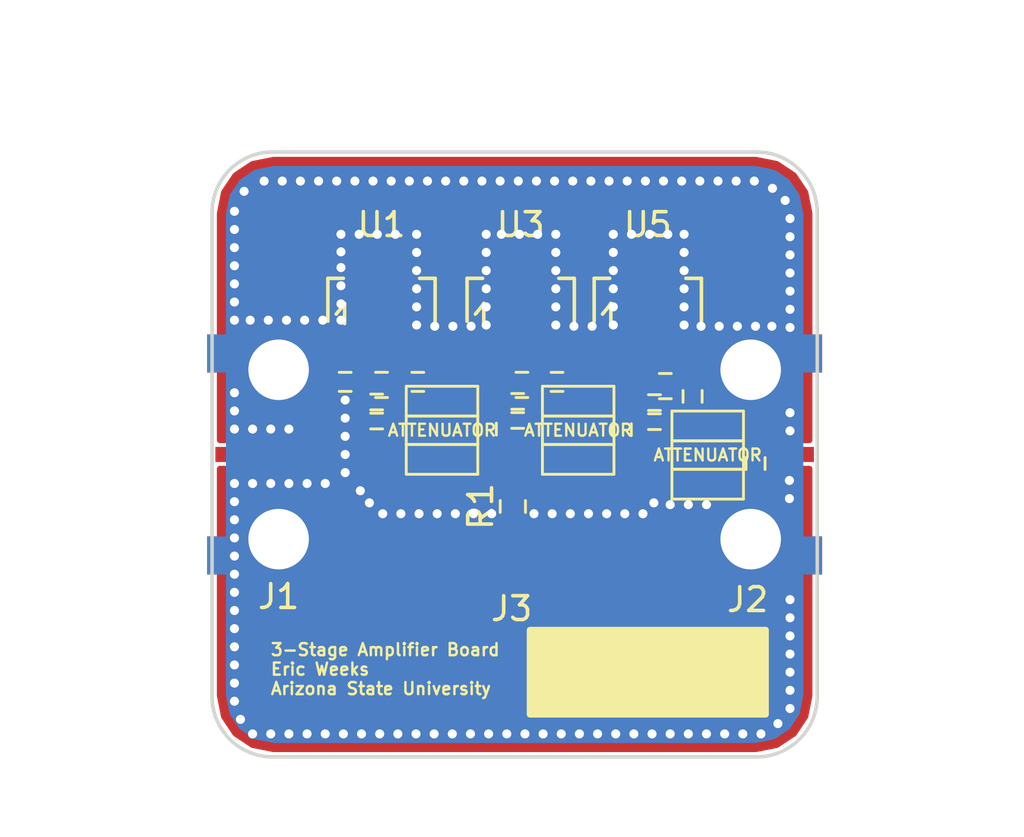
<source format=kicad_pcb>
(kicad_pcb (version 4) (host pcbnew 4.0.6)
  (layers (0 F.Cu signal) (31 B.Cu signal hide) (34 B.Paste user) (35 F.Paste user) (36 B.SilkS user) (37 F.SilkS user) (38 B.Mask user hide) (39 F.Mask user) (44 Edge.Cuts user))
  (net 0 "")
  (net 1 "Net-(C1-Pad1)")
  (net 2 "Net-(C1-Pad2)")
  (net 3 "Net-(C2-Pad1)")
  (net 4 "Net-(C2-Pad2)")
  (net 5 "Net-(C3-Pad1)")
  (net 6 "Net-(C3-Pad2)")
  (net 7 "Net-(C4-Pad1)")
  (net 8 "Net-(C4-Pad2)")
  (net 9 "Net-(C5-Pad1)")
  (net 10 "Net-(C5-Pad2)")
  (net 11 "Net-(C6-Pad1)")
  (net 12 "Net-(C6-Pad2)")
  (net 13 GND)
  (net 14 "Net-(C10-Pad2)")
  (net 15 "Net-(J3-Pad1)")
  (net 16 "Net-(C7-Pad1)")
  (net 17 "Net-(C7-Pad2)")
  (module EricWeeksFootprints:MountingHole_2.5mm_Pad (layer F.Cu) (at 63.1698 42.7482)
    (fp_text reference "" hide)
    (fp_text value MountingHole_2.5mm_Pad)
    (pad 1 thru_hole circle (at 0 0) (size 0.4318 0.4318) (drill 0.381) (layers *.Cu *.Mask) (net 13 GND))
  )
  (module EricWeeksFootprints:MountingHole_2.5mm_Pad (layer F.Cu) (at 62.4078 42.7482)
    (fp_text reference "" hide)
    (fp_text value MountingHole_2.5mm_Pad)
    (pad 1 thru_hole circle (at 0 0) (size 0.4318 0.4318) (drill 0.381) (layers *.Cu *.Mask) (net 13 GND))
  )
  (module EricWeeksFootprints:MountingHole_2.5mm_Pad (layer F.Cu) (at 63.9318 42.7482)
    (fp_text reference "" hide)
    (fp_text value MountingHole_2.5mm_Pad)
    (pad 1 thru_hole circle (at 0 0) (size 0.4318 0.4318) (drill 0.381) (layers *.Cu *.Mask) (net 13 GND))
  )
  (module EricWeeksFootprints:MountingHole_2.5mm_Pad (layer F.Cu) (at 61.722 42.672)
    (fp_text reference "" hide)
    (fp_text value MountingHole_2.5mm_Pad)
    (pad 1 thru_hole circle (at 0 0) (size 0.4318 0.4318) (drill 0.381) (layers *.Cu *.Mask) (net 13 GND))
  )
  (module EricWeeksFootprints:MountingHole_2.5mm_Pad (layer F.Cu) (at 60.5028 43.1292)
    (fp_text reference "" hide)
    (fp_text value MountingHole_2.5mm_Pad)
    (pad 1 thru_hole circle (at 0 0) (size 0.4318 0.4318) (drill 0.381) (layers *.Cu *.Mask) (net 13 GND))
  )
  (module EricWeeksFootprints:MountingHole_2.5mm_Pad (layer F.Cu) (at 61.2648 43.1292)
    (fp_text reference "" hide)
    (fp_text value MountingHole_2.5mm_Pad)
    (pad 1 thru_hole circle (at 0 0) (size 0.4318 0.4318) (drill 0.381) (layers *.Cu *.Mask) (net 13 GND))
  )
  (module EricWeeksFootprints:MountingHole_2.5mm_Pad (layer F.Cu) (at 56.6928 43.1292)
    (fp_text reference "" hide)
    (fp_text value MountingHole_2.5mm_Pad)
    (pad 1 thru_hole circle (at 0 0) (size 0.4318 0.4318) (drill 0.381) (layers *.Cu *.Mask) (net 13 GND))
  )
  (module EricWeeksFootprints:MountingHole_2.5mm_Pad (layer F.Cu) (at 57.4548 43.1292)
    (fp_text reference "" hide)
    (fp_text value MountingHole_2.5mm_Pad)
    (pad 1 thru_hole circle (at 0 0) (size 0.4318 0.4318) (drill 0.381) (layers *.Cu *.Mask) (net 13 GND))
  )
  (module EricWeeksFootprints:MountingHole_2.5mm_Pad (layer F.Cu) (at 58.9788 43.1292)
    (fp_text reference "" hide)
    (fp_text value MountingHole_2.5mm_Pad)
    (pad 1 thru_hole circle (at 0 0) (size 0.4318 0.4318) (drill 0.381) (layers *.Cu *.Mask) (net 13 GND))
  )
  (module EricWeeksFootprints:MountingHole_2.5mm_Pad (layer F.Cu) (at 58.2168 43.1292)
    (fp_text reference "" hide)
    (fp_text value MountingHole_2.5mm_Pad)
    (pad 1 thru_hole circle (at 0 0) (size 0.4318 0.4318) (drill 0.381) (layers *.Cu *.Mask) (net 13 GND))
  )
  (module EricWeeksFootprints:MountingHole_2.5mm_Pad (layer F.Cu) (at 59.7408 43.1292)
    (fp_text reference "" hide)
    (fp_text value MountingHole_2.5mm_Pad)
    (pad 1 thru_hole circle (at 0 0) (size 0.4318 0.4318) (drill 0.381) (layers *.Cu *.Mask) (net 13 GND))
  )
  (module EricWeeksFootprints:MountingHole_2.5mm_Pad (layer F.Cu) (at 48.768 38.354)
    (fp_text reference "" hide)
    (fp_text value MountingHole_2.5mm_Pad)
    (pad 1 thru_hole circle (at 0 0) (size 0.4318 0.4318) (drill 0.381) (layers *.Cu *.Mask) (net 13 GND))
  )
  (module EricWeeksFootprints:MountingHole_2.5mm_Pad (layer F.Cu) (at 48.768 39.116)
    (fp_text reference "" hide)
    (fp_text value MountingHole_2.5mm_Pad)
    (pad 1 thru_hole circle (at 0 0) (size 0.4318 0.4318) (drill 0.381) (layers *.Cu *.Mask) (net 13 GND))
  )
  (module EricWeeksFootprints:MountingHole_2.5mm_Pad (layer F.Cu) (at 48.768 39.878)
    (fp_text reference "" hide)
    (fp_text value MountingHole_2.5mm_Pad)
    (pad 1 thru_hole circle (at 0 0) (size 0.4318 0.4318) (drill 0.381) (layers *.Cu *.Mask) (net 13 GND))
  )
  (module EricWeeksFootprints:MountingHole_2.5mm_Pad (layer F.Cu) (at 48.768 40.64)
    (fp_text reference "" hide)
    (fp_text value MountingHole_2.5mm_Pad)
    (pad 1 thru_hole circle (at 0 0) (size 0.4318 0.4318) (drill 0.381) (layers *.Cu *.Mask) (net 13 GND))
  )
  (module EricWeeksFootprints:MountingHole_2.5mm_Pad (layer F.Cu) (at 48.768 41.402)
    (fp_text reference "" hide)
    (fp_text value MountingHole_2.5mm_Pad)
    (pad 1 thru_hole circle (at 0 0) (size 0.4318 0.4318) (drill 0.381) (layers *.Cu *.Mask) (net 13 GND))
  )
  (module EricWeeksFootprints:MountingHole_2.5mm_Pad (layer F.Cu) (at 49.403 42.164)
    (fp_text reference "" hide)
    (fp_text value MountingHole_2.5mm_Pad)
    (pad 1 thru_hole circle (at 0 0) (size 0.4318 0.4318) (drill 0.381) (layers *.Cu *.Mask) (net 13 GND))
  )
  (module EricWeeksFootprints:MountingHole_2.5mm_Pad (layer F.Cu) (at 49.784 42.672)
    (fp_text reference "" hide)
    (fp_text value MountingHole_2.5mm_Pad)
    (pad 1 thru_hole circle (at 0 0) (size 0.4318 0.4318) (drill 0.381) (layers *.Cu *.Mask) (net 13 GND))
  )
  (module EricWeeksFootprints:MountingHole_2.5mm_Pad (layer F.Cu) (at 50.3428 43.1292)
    (fp_text reference "" hide)
    (fp_text value MountingHole_2.5mm_Pad)
    (pad 1 thru_hole circle (at 0 0) (size 0.4318 0.4318) (drill 0.381) (layers *.Cu *.Mask) (net 13 GND))
  )
  (module EricWeeksFootprints:MountingHole_2.5mm_Pad (layer F.Cu) (at 51.1048 43.1292)
    (fp_text reference "" hide)
    (fp_text value MountingHole_2.5mm_Pad)
    (pad 1 thru_hole circle (at 0 0) (size 0.4318 0.4318) (drill 0.381) (layers *.Cu *.Mask) (net 13 GND))
  )
  (module EricWeeksFootprints:MountingHole_2.5mm_Pad (layer F.Cu) (at 51.8668 43.1292)
    (fp_text reference "" hide)
    (fp_text value MountingHole_2.5mm_Pad)
    (pad 1 thru_hole circle (at 0 0) (size 0.4318 0.4318) (drill 0.381) (layers *.Cu *.Mask) (net 13 GND))
  )
  (module EricWeeksFootprints:MountingHole_2.5mm_Pad (layer F.Cu) (at 54.9148 43.1292)
    (fp_text reference "" hide)
    (fp_text value MountingHole_2.5mm_Pad)
    (pad 1 thru_hole circle (at 0 0) (size 0.4318 0.4318) (drill 0.381) (layers *.Cu *.Mask) (net 13 GND))
  )
  (module EricWeeksFootprints:MountingHole_2.5mm_Pad (layer F.Cu) (at 52.6288 43.1292)
    (fp_text reference "" hide)
    (fp_text value MountingHole_2.5mm_Pad)
    (pad 1 thru_hole circle (at 0 0) (size 0.4318 0.4318) (drill 0.381) (layers *.Cu *.Mask) (net 13 GND))
  )
  (module EricWeeksFootprints:MountingHole_2.5mm_Pad (layer F.Cu) (at 54.1528 43.1292)
    (fp_text reference "" hide)
    (fp_text value MountingHole_2.5mm_Pad)
    (pad 1 thru_hole circle (at 0 0) (size 0.4318 0.4318) (drill 0.381) (layers *.Cu *.Mask) (net 13 GND))
  )
  (module EricWeeksFootprints:MountingHole_2.5mm_Pad (layer F.Cu) (at 53.3908 43.1292)
    (fp_text reference "" hide)
    (fp_text value MountingHole_2.5mm_Pad)
    (pad 1 thru_hole circle (at 0 0) (size 0.4318 0.4318) (drill 0.381) (layers *.Cu *.Mask) (net 13 GND))
  )
  (module EricWeeksFootprints:MountingHole_2.5mm_Pad (layer F.Cu) (at 66.675 35.2552)
    (fp_text reference "" hide)
    (fp_text value MountingHole_2.5mm_Pad)
    (pad 1 thru_hole circle (at 0 0) (size 0.4318 0.4318) (drill 0.381) (layers *.Cu *.Mask) (net 13 GND))
  )
  (module EricWeeksFootprints:MountingHole_2.5mm_Pad (layer F.Cu) (at 64.4652 35.2552)
    (fp_text reference "" hide)
    (fp_text value MountingHole_2.5mm_Pad)
    (pad 1 thru_hole circle (at 0 0) (size 0.4318 0.4318) (drill 0.381) (layers *.Cu *.Mask) (net 13 GND))
  )
  (module EricWeeksFootprints:MountingHole_2.5mm_Pad (layer F.Cu) (at 65.2272 35.2552)
    (fp_text reference "" hide)
    (fp_text value MountingHole_2.5mm_Pad)
    (pad 1 thru_hole circle (at 0 0) (size 0.4318 0.4318) (drill 0.381) (layers *.Cu *.Mask) (net 13 GND))
  )
  (module EricWeeksFootprints:MountingHole_2.5mm_Pad (layer F.Cu) (at 65.9892 35.2552)
    (fp_text reference "" hide)
    (fp_text value MountingHole_2.5mm_Pad)
    (pad 1 thru_hole circle (at 0 0) (size 0.4318 0.4318) (drill 0.381) (layers *.Cu *.Mask) (net 13 GND))
  )
  (module EricWeeksFootprints:MountingHole_2.5mm_Pad (layer F.Cu) (at 63.7032 35.2552)
    (fp_text reference "" hide)
    (fp_text value MountingHole_2.5mm_Pad)
    (pad 1 thru_hole circle (at 0 0) (size 0.4318 0.4318) (drill 0.381) (layers *.Cu *.Mask) (net 13 GND))
  )
  (module EricWeeksFootprints:MountingHole_2.5mm_Pad (layer F.Cu) (at 58.3692 35.2552)
    (fp_text reference "" hide)
    (fp_text value MountingHole_2.5mm_Pad)
    (pad 1 thru_hole circle (at 0 0) (size 0.4318 0.4318) (drill 0.381) (layers *.Cu *.Mask) (net 13 GND))
  )
  (module EricWeeksFootprints:MountingHole_2.5mm_Pad (layer F.Cu) (at 59.1312 35.2552)
    (fp_text reference "" hide)
    (fp_text value MountingHole_2.5mm_Pad)
    (pad 1 thru_hole circle (at 0 0) (size 0.4318 0.4318) (drill 0.381) (layers *.Cu *.Mask) (net 13 GND))
  )
  (module EricWeeksFootprints:MountingHole_2.5mm_Pad (layer F.Cu) (at 54.0512 35.2552)
    (fp_text reference "" hide)
    (fp_text value MountingHole_2.5mm_Pad)
    (pad 1 thru_hole circle (at 0 0) (size 0.4318 0.4318) (drill 0.381) (layers *.Cu *.Mask) (net 13 GND))
  )
  (module EricWeeksFootprints:MountingHole_2.5mm_Pad (layer F.Cu) (at 53.2892 35.2552)
    (fp_text reference "" hide)
    (fp_text value MountingHole_2.5mm_Pad)
    (pad 1 thru_hole circle (at 0 0) (size 0.4318 0.4318) (drill 0.381) (layers *.Cu *.Mask) (net 13 GND))
  )
  (module EricWeeksFootprints:MountingHole_2.5mm_Pad (layer F.Cu) (at 52.5272 35.2552)
    (fp_text reference "" hide)
    (fp_text value MountingHole_2.5mm_Pad)
    (pad 1 thru_hole circle (at 0 0) (size 0.4318 0.4318) (drill 0.381) (layers *.Cu *.Mask) (net 13 GND))
  )
  (module EricWeeksFootprints:MountingHole_2.5mm_Pad (layer F.Cu) (at 51.7652 31.3944 90)
    (fp_text reference "" hide)
    (fp_text value MountingHole_2.5mm_Pad)
    (pad 1 thru_hole circle (at 0 0 90) (size 0.4318 0.4318) (drill 0.381) (layers *.Cu *.Mask) (net 13 GND))
  )
  (module EricWeeksFootprints:MountingHole_2.5mm_Pad (layer F.Cu) (at 51.7652 33.6804 90)
    (fp_text reference "" hide)
    (fp_text value MountingHole_2.5mm_Pad)
    (pad 1 thru_hole circle (at 0 0 90) (size 0.4318 0.4318) (drill 0.381) (layers *.Cu *.Mask) (net 13 GND))
  )
  (module EricWeeksFootprints:MountingHole_2.5mm_Pad (layer F.Cu) (at 51.7652 35.2044 90)
    (fp_text reference "" hide)
    (fp_text value MountingHole_2.5mm_Pad)
    (pad 1 thru_hole circle (at 0 0 90) (size 0.4318 0.4318) (drill 0.381) (layers *.Cu *.Mask) (net 13 GND))
  )
  (module EricWeeksFootprints:MountingHole_2.5mm_Pad (layer F.Cu) (at 51.7652 34.4424 90)
    (fp_text reference "" hide)
    (fp_text value MountingHole_2.5mm_Pad)
    (pad 1 thru_hole circle (at 0 0 90) (size 0.4318 0.4318) (drill 0.381) (layers *.Cu *.Mask) (net 13 GND))
  )
  (module EricWeeksFootprints:MountingHole_2.5mm_Pad (layer F.Cu) (at 51.7652 32.1564 90)
    (fp_text reference "" hide)
    (fp_text value MountingHole_2.5mm_Pad)
    (pad 1 thru_hole circle (at 0 0 90) (size 0.4318 0.4318) (drill 0.381) (layers *.Cu *.Mask) (net 13 GND))
  )
  (module EricWeeksFootprints:MountingHole_2.5mm_Pad (layer F.Cu) (at 51.7652 32.9184 90)
    (fp_text reference "" hide)
    (fp_text value MountingHole_2.5mm_Pad)
    (pad 1 thru_hole circle (at 0 0 90) (size 0.4318 0.4318) (drill 0.381) (layers *.Cu *.Mask) (net 13 GND))
  )
  (module EricWeeksFootprints:MountingHole_2.5mm_Pad (layer F.Cu) (at 54.6862 31.3944 90)
    (fp_text reference "" hide)
    (fp_text value MountingHole_2.5mm_Pad)
    (pad 1 thru_hole circle (at 0 0 90) (size 0.4318 0.4318) (drill 0.381) (layers *.Cu *.Mask) (net 13 GND))
  )
  (module EricWeeksFootprints:MountingHole_2.5mm_Pad (layer F.Cu) (at 54.6862 34.4424 90)
    (fp_text reference "" hide)
    (fp_text value MountingHole_2.5mm_Pad)
    (pad 1 thru_hole circle (at 0 0 90) (size 0.4318 0.4318) (drill 0.381) (layers *.Cu *.Mask) (net 13 GND))
  )
  (module EricWeeksFootprints:MountingHole_2.5mm_Pad (layer F.Cu) (at 54.6862 32.1564 90)
    (fp_text reference "" hide)
    (fp_text value MountingHole_2.5mm_Pad)
    (pad 1 thru_hole circle (at 0 0 90) (size 0.4318 0.4318) (drill 0.381) (layers *.Cu *.Mask) (net 13 GND))
  )
  (module EricWeeksFootprints:MountingHole_2.5mm_Pad (layer F.Cu) (at 54.6862 35.2044 90)
    (fp_text reference "" hide)
    (fp_text value MountingHole_2.5mm_Pad)
    (pad 1 thru_hole circle (at 0 0 90) (size 0.4318 0.4318) (drill 0.381) (layers *.Cu *.Mask) (net 13 GND))
  )
  (module EricWeeksFootprints:MountingHole_2.5mm_Pad (layer F.Cu) (at 54.6862 32.9184 90)
    (fp_text reference "" hide)
    (fp_text value MountingHole_2.5mm_Pad)
    (pad 1 thru_hole circle (at 0 0 90) (size 0.4318 0.4318) (drill 0.381) (layers *.Cu *.Mask) (net 13 GND))
  )
  (module EricWeeksFootprints:MountingHole_2.5mm_Pad (layer F.Cu) (at 54.6862 33.6804 90)
    (fp_text reference "" hide)
    (fp_text value MountingHole_2.5mm_Pad)
    (pad 1 thru_hole circle (at 0 0 90) (size 0.4318 0.4318) (drill 0.381) (layers *.Cu *.Mask) (net 13 GND))
  )
  (module EricWeeksFootprints:MountingHole_2.5mm_Pad (layer F.Cu) (at 57.6072 35.2044 90)
    (fp_text reference "" hide)
    (fp_text value MountingHole_2.5mm_Pad)
    (pad 1 thru_hole circle (at 0 0 90) (size 0.4318 0.4318) (drill 0.381) (layers *.Cu *.Mask) (net 13 GND))
  )
  (module EricWeeksFootprints:MountingHole_2.5mm_Pad (layer F.Cu) (at 57.6072 33.6804 90)
    (fp_text reference "" hide)
    (fp_text value MountingHole_2.5mm_Pad)
    (pad 1 thru_hole circle (at 0 0 90) (size 0.4318 0.4318) (drill 0.381) (layers *.Cu *.Mask) (net 13 GND))
  )
  (module EricWeeksFootprints:MountingHole_2.5mm_Pad (layer F.Cu) (at 57.6072 32.9184 90)
    (fp_text reference "" hide)
    (fp_text value MountingHole_2.5mm_Pad)
    (pad 1 thru_hole circle (at 0 0 90) (size 0.4318 0.4318) (drill 0.381) (layers *.Cu *.Mask) (net 13 GND))
  )
  (module EricWeeksFootprints:MountingHole_2.5mm_Pad (layer F.Cu) (at 57.6072 32.1564 90)
    (fp_text reference "" hide)
    (fp_text value MountingHole_2.5mm_Pad)
    (pad 1 thru_hole circle (at 0 0 90) (size 0.4318 0.4318) (drill 0.381) (layers *.Cu *.Mask) (net 13 GND))
  )
  (module EricWeeksFootprints:MountingHole_2.5mm_Pad (layer F.Cu) (at 57.6072 34.4424 90)
    (fp_text reference "" hide)
    (fp_text value MountingHole_2.5mm_Pad)
    (pad 1 thru_hole circle (at 0 0 90) (size 0.4318 0.4318) (drill 0.381) (layers *.Cu *.Mask) (net 13 GND))
  )
  (module EricWeeksFootprints:MountingHole_2.5mm_Pad (layer F.Cu) (at 57.6072 31.3944 90)
    (fp_text reference "" hide)
    (fp_text value MountingHole_2.5mm_Pad)
    (pad 1 thru_hole circle (at 0 0 90) (size 0.4318 0.4318) (drill 0.381) (layers *.Cu *.Mask) (net 13 GND))
  )
  (module EricWeeksFootprints:MountingHole_2.5mm_Pad (layer F.Cu) (at 60.0202 35.2044 90)
    (fp_text reference "" hide)
    (fp_text value MountingHole_2.5mm_Pad)
    (pad 1 thru_hole circle (at 0 0 90) (size 0.4318 0.4318) (drill 0.381) (layers *.Cu *.Mask) (net 13 GND))
  )
  (module EricWeeksFootprints:MountingHole_2.5mm_Pad (layer F.Cu) (at 60.0202 34.4424 90)
    (fp_text reference "" hide)
    (fp_text value MountingHole_2.5mm_Pad)
    (pad 1 thru_hole circle (at 0 0 90) (size 0.4318 0.4318) (drill 0.381) (layers *.Cu *.Mask) (net 13 GND))
  )
  (module EricWeeksFootprints:MountingHole_2.5mm_Pad (layer F.Cu) (at 60.0202 33.6804 90)
    (fp_text reference "" hide)
    (fp_text value MountingHole_2.5mm_Pad)
    (pad 1 thru_hole circle (at 0 0 90) (size 0.4318 0.4318) (drill 0.381) (layers *.Cu *.Mask) (net 13 GND))
  )
  (module EricWeeksFootprints:MountingHole_2.5mm_Pad (layer F.Cu) (at 60.0202 32.9184 90)
    (fp_text reference "" hide)
    (fp_text value MountingHole_2.5mm_Pad)
    (pad 1 thru_hole circle (at 0 0 90) (size 0.4318 0.4318) (drill 0.381) (layers *.Cu *.Mask) (net 13 GND))
  )
  (module EricWeeksFootprints:MountingHole_2.5mm_Pad (layer F.Cu) (at 60.0202 32.1564 90)
    (fp_text reference "" hide)
    (fp_text value MountingHole_2.5mm_Pad)
    (pad 1 thru_hole circle (at 0 0 90) (size 0.4318 0.4318) (drill 0.381) (layers *.Cu *.Mask) (net 13 GND))
  )
  (module EricWeeksFootprints:MountingHole_2.5mm_Pad (layer F.Cu) (at 62.992 35.2044 90)
    (fp_text reference "" hide)
    (fp_text value MountingHole_2.5mm_Pad)
    (pad 1 thru_hole circle (at 0 0 90) (size 0.4318 0.4318) (drill 0.381) (layers *.Cu *.Mask) (net 13 GND))
  )
  (module EricWeeksFootprints:MountingHole_2.5mm_Pad (layer F.Cu) (at 62.992 34.4424 90)
    (fp_text reference "" hide)
    (fp_text value MountingHole_2.5mm_Pad)
    (pad 1 thru_hole circle (at 0 0 90) (size 0.4318 0.4318) (drill 0.381) (layers *.Cu *.Mask) (net 13 GND))
  )
  (module EricWeeksFootprints:MountingHole_2.5mm_Pad (layer F.Cu) (at 62.992 33.6804 90)
    (fp_text reference "" hide)
    (fp_text value MountingHole_2.5mm_Pad)
    (pad 1 thru_hole circle (at 0 0 90) (size 0.4318 0.4318) (drill 0.381) (layers *.Cu *.Mask) (net 13 GND))
  )
  (module EricWeeksFootprints:MountingHole_2.5mm_Pad (layer F.Cu) (at 62.992 32.9184 90)
    (fp_text reference "" hide)
    (fp_text value MountingHole_2.5mm_Pad)
    (pad 1 thru_hole circle (at 0 0 90) (size 0.4318 0.4318) (drill 0.381) (layers *.Cu *.Mask) (net 13 GND))
  )
  (module EricWeeksFootprints:MountingHole_2.5mm_Pad (layer F.Cu) (at 62.992 32.1564 90)
    (fp_text reference "" hide)
    (fp_text value MountingHole_2.5mm_Pad)
    (pad 1 thru_hole circle (at 0 0 90) (size 0.4318 0.4318) (drill 0.381) (layers *.Cu *.Mask) (net 13 GND))
  )
  (module EricWeeksFootprints:MountingHole_2.5mm_Pad (layer F.Cu) (at 62.992 31.3944 90)
    (fp_text reference "" hide)
    (fp_text value MountingHole_2.5mm_Pad)
    (pad 1 thru_hole circle (at 0 0 90) (size 0.4318 0.4318) (drill 0.381) (layers *.Cu *.Mask) (net 13 GND))
  )
  (module EricWeeksFootprints:MountingHole_2.5mm_Pad (layer F.Cu) (at 61.5442 31.3944 90)
    (fp_text reference "" hide)
    (fp_text value MountingHole_2.5mm_Pad)
    (pad 1 thru_hole circle (at 0 0 90) (size 0.4318 0.4318) (drill 0.381) (layers *.Cu *.Mask) (net 13 GND))
  )
  (module EricWeeksFootprints:MountingHole_2.5mm_Pad (layer F.Cu) (at 62.3062 31.3944 90)
    (fp_text reference "" hide)
    (fp_text value MountingHole_2.5mm_Pad)
    (pad 1 thru_hole circle (at 0 0 90) (size 0.4318 0.4318) (drill 0.381) (layers *.Cu *.Mask) (net 13 GND))
  )
  (module EricWeeksFootprints:MountingHole_2.5mm_Pad (layer F.Cu) (at 60.7822 31.3944 90)
    (fp_text reference "" hide)
    (fp_text value MountingHole_2.5mm_Pad)
    (pad 1 thru_hole circle (at 0 0 90) (size 0.4318 0.4318) (drill 0.381) (layers *.Cu *.Mask) (net 13 GND))
  )
  (module EricWeeksFootprints:MountingHole_2.5mm_Pad (layer F.Cu) (at 60.0202 31.3944 90)
    (fp_text reference "" hide)
    (fp_text value MountingHole_2.5mm_Pad)
    (pad 1 thru_hole circle (at 0 0 90) (size 0.4318 0.4318) (drill 0.381) (layers *.Cu *.Mask) (net 13 GND))
  )
  (module EricWeeksFootprints:MountingHole_2.5mm_Pad (layer F.Cu) (at 56.0832 31.3944 90)
    (fp_text reference "" hide)
    (fp_text value MountingHole_2.5mm_Pad)
    (pad 1 thru_hole circle (at 0 0 90) (size 0.4318 0.4318) (drill 0.381) (layers *.Cu *.Mask) (net 13 GND))
  )
  (module EricWeeksFootprints:MountingHole_2.5mm_Pad (layer F.Cu) (at 55.3212 31.3944 90)
    (fp_text reference "" hide)
    (fp_text value MountingHole_2.5mm_Pad)
    (pad 1 thru_hole circle (at 0 0 90) (size 0.4318 0.4318) (drill 0.381) (layers *.Cu *.Mask) (net 13 GND))
  )
  (module EricWeeksFootprints:MountingHole_2.5mm_Pad (layer F.Cu) (at 56.8452 31.3944 90)
    (fp_text reference "" hide)
    (fp_text value MountingHole_2.5mm_Pad)
    (pad 1 thru_hole circle (at 0 0 90) (size 0.4318 0.4318) (drill 0.381) (layers *.Cu *.Mask) (net 13 GND))
  )
  (module EricWeeksFootprints:MountingHole_2.5mm_Pad (layer F.Cu) (at 50.8762 31.3944 90)
    (fp_text reference "" hide)
    (fp_text value MountingHole_2.5mm_Pad)
    (pad 1 thru_hole circle (at 0 0 90) (size 0.4318 0.4318) (drill 0.381) (layers *.Cu *.Mask) (net 13 GND))
  )
  (module EricWeeksFootprints:MountingHole_2.5mm_Pad (layer F.Cu) (at 50.1142 31.3944 90)
    (fp_text reference "" hide)
    (fp_text value MountingHole_2.5mm_Pad)
    (pad 1 thru_hole circle (at 0 0 90) (size 0.4318 0.4318) (drill 0.381) (layers *.Cu *.Mask) (net 13 GND))
  )
  (module EricWeeksFootprints:MountingHole_2.5mm_Pad (layer F.Cu) (at 49.3522 31.3944 90)
    (fp_text reference "" hide)
    (fp_text value MountingHole_2.5mm_Pad)
    (pad 1 thru_hole circle (at 0 0 90) (size 0.4318 0.4318) (drill 0.381) (layers *.Cu *.Mask) (net 13 GND))
  )
  (module EricWeeksFootprints:MountingHole_2.5mm_Pad (layer F.Cu) (at 48.5902 31.3944 90)
    (fp_text reference "" hide)
    (fp_text value MountingHole_2.5mm_Pad)
    (pad 1 thru_hole circle (at 0 0 90) (size 0.4318 0.4318) (drill 0.381) (layers *.Cu *.Mask) (net 13 GND))
  )
  (module EricWeeksFootprints:MountingHole_2.5mm_Pad (layer F.Cu) (at 48.5902 32.131 90)
    (fp_text reference "" hide)
    (fp_text value MountingHole_2.5mm_Pad)
    (pad 1 thru_hole circle (at 0 0 90) (size 0.4318 0.4318) (drill 0.381) (layers *.Cu *.Mask) (net 13 GND))
  )
  (module EricWeeksFootprints:MountingHole_2.5mm_Pad (layer F.Cu) (at 48.5902 32.7914 90)
    (fp_text reference "" hide)
    (fp_text value MountingHole_2.5mm_Pad)
    (pad 1 thru_hole circle (at 0 0 90) (size 0.4318 0.4318) (drill 0.381) (layers *.Cu *.Mask) (net 13 GND))
  )
  (module EricWeeksFootprints:MountingHole_2.5mm_Pad (layer F.Cu) (at 48.5902 34.3154 90)
    (fp_text reference "" hide)
    (fp_text value MountingHole_2.5mm_Pad)
    (pad 1 thru_hole circle (at 0 0 90) (size 0.4318 0.4318) (drill 0.381) (layers *.Cu *.Mask) (net 13 GND))
  )
  (module EricWeeksFootprints:MountingHole_2.5mm_Pad (layer F.Cu) (at 48.5902 33.5534 90)
    (fp_text reference "" hide)
    (fp_text value MountingHole_2.5mm_Pad)
    (pad 1 thru_hole circle (at 0 0 90) (size 0.4318 0.4318) (drill 0.381) (layers *.Cu *.Mask) (net 13 GND))
  )
  (module EricWeeksFootprints:MountingHole_2.5mm_Pad (layer F.Cu) (at 47.8282 35.0012)
    (fp_text reference "" hide)
    (fp_text value MountingHole_2.5mm_Pad)
    (pad 1 thru_hole circle (at 0 0) (size 0.4318 0.4318) (drill 0.381) (layers *.Cu *.Mask) (net 13 GND))
  )
  (module EricWeeksFootprints:MountingHole_2.5mm_Pad (layer F.Cu) (at 47.0662 35.0012)
    (fp_text reference "" hide)
    (fp_text value MountingHole_2.5mm_Pad)
    (pad 1 thru_hole circle (at 0 0) (size 0.4318 0.4318) (drill 0.381) (layers *.Cu *.Mask) (net 13 GND))
  )
  (module EricWeeksFootprints:MountingHole_2.5mm_Pad (layer F.Cu) (at 46.3042 35.0012)
    (fp_text reference "" hide)
    (fp_text value MountingHole_2.5mm_Pad)
    (pad 1 thru_hole circle (at 0 0) (size 0.4318 0.4318) (drill 0.381) (layers *.Cu *.Mask) (net 13 GND))
  )
  (module EricWeeksFootprints:MountingHole_2.5mm_Pad (layer F.Cu) (at 48.5902 35.0012)
    (fp_text reference "" hide)
    (fp_text value MountingHole_2.5mm_Pad)
    (pad 1 thru_hole circle (at 0 0) (size 0.4318 0.4318) (drill 0.381) (layers *.Cu *.Mask) (net 13 GND))
  )
  (module EricWeeksFootprints:MountingHole_2.5mm_Pad (layer F.Cu) (at 44.7802 35.0012)
    (fp_text reference "" hide)
    (fp_text value MountingHole_2.5mm_Pad)
    (pad 1 thru_hole circle (at 0 0) (size 0.4318 0.4318) (drill 0.381) (layers *.Cu *.Mask) (net 13 GND))
  )
  (module EricWeeksFootprints:MountingHole_2.5mm_Pad (layer F.Cu) (at 45.5422 35.0012)
    (fp_text reference "" hide)
    (fp_text value MountingHole_2.5mm_Pad)
    (pad 1 thru_hole circle (at 0 0) (size 0.4318 0.4318) (drill 0.381) (layers *.Cu *.Mask) (net 13 GND))
  )
  (module EricWeeksFootprints:SMA_Edge_Amphenol (layer F.Cu) (at 42.672 40.64)
    (fp_text reference J1 (at 3.302 5.969) (layer F.SilkS))
    (fp_text value SMA hide)
    (pad 1 smd rect (at 1.2827 0) (size 1.27 0.635) (layers F.Cu F.Paste F.Mask) (net 2 "Net-(C1-Pad2)"))
    (pad 2 smd rect (at 2.7559 4.2418) (size 4.9022 1.6002) (layers F.Cu F.Paste F.Mask) (net 13 GND))
    (pad 3 smd rect (at 2.7559 -4.2418) (size 4.9022 1.6002) (layers F.Cu F.Paste F.Mask) (net 13 GND))
    (pad 4 smd rect (at 2.7559 4.2418) (size 4.9022 1.6002) (layers B.Cu F.Paste F.Mask) (net 13 GND))
    (pad 5 smd rect (at 2.7559 -4.2418) (size 4.9022 1.6002) (layers B.Cu F.Paste F.Mask) (net 13 GND))
  )
  (module EricWeeksFootprints:SolderWirePad_single_SMD_5x10mm (layer F.Cu) (at 55.8038 45.0088)
    (fp_text reference J3 (at -0.0508 2.1082) (layer F.SilkS))
    (fp_text value 5V_DC)
    (pad 1 smd rect (at 0 0) (size 2.54 2.54) (layers F.Cu F.Paste F.Mask) (net 15 "Net-(J3-Pad1)"))
  )
  (module EricWeeksFootprints:MountingHole_2.5mm_Pad (layer F.Cu) (at 47.9298 41.8592)
    (fp_text reference "" hide)
    (fp_text value MountingHole_2.5mm_Pad)
    (pad 1 thru_hole circle (at 0 0) (size 0.4318 0.4318) (drill 0.381) (layers *.Cu *.Mask) (net 13 GND))
  )
  (module EricWeeksFootprints:MountingHole_2.5mm_Pad (layer F.Cu) (at 47.1678 41.8592)
    (fp_text reference "" hide)
    (fp_text value MountingHole_2.5mm_Pad)
    (pad 1 thru_hole circle (at 0 0) (size 0.4318 0.4318) (drill 0.381) (layers *.Cu *.Mask) (net 13 GND))
  )
  (module EricWeeksFootprints:MountingHole_2.5mm_Pad (layer F.Cu) (at 46.4058 41.8592)
    (fp_text reference "" hide)
    (fp_text value MountingHole_2.5mm_Pad)
    (pad 1 thru_hole circle (at 0 0) (size 0.4318 0.4318) (drill 0.381) (layers *.Cu *.Mask) (net 13 GND))
  )
  (module EricWeeksFootprints:MountingHole_2.5mm_Pad (layer F.Cu) (at 45.6438 41.8592)
    (fp_text reference "" hide)
    (fp_text value MountingHole_2.5mm_Pad)
    (pad 1 thru_hole circle (at 0 0) (size 0.4318 0.4318) (drill 0.381) (layers *.Cu *.Mask) (net 13 GND))
  )
  (module EricWeeksFootprints:MountingHole_2.5mm_Pad (layer F.Cu) (at 44.8818 41.8592)
    (fp_text reference "" hide)
    (fp_text value MountingHole_2.5mm_Pad)
    (pad 1 thru_hole circle (at 0 0) (size 0.4318 0.4318) (drill 0.381) (layers *.Cu *.Mask) (net 13 GND))
  )
  (module EricWeeksFootprints:MountingHole_2.5mm_Pad (layer F.Cu) (at 46.4058 39.5732)
    (fp_text reference "" hide)
    (fp_text value MountingHole_2.5mm_Pad)
    (pad 1 thru_hole circle (at 0 0) (size 0.4318 0.4318) (drill 0.381) (layers *.Cu *.Mask) (net 13 GND))
  )
  (module EricWeeksFootprints:MountingHole_2.5mm_Pad (layer F.Cu) (at 45.6438 39.5732)
    (fp_text reference "" hide)
    (fp_text value MountingHole_2.5mm_Pad)
    (pad 1 thru_hole circle (at 0 0) (size 0.4318 0.4318) (drill 0.381) (layers *.Cu *.Mask) (net 13 GND))
  )
  (module EricWeeksFootprints:MountingHole_2.5mm_Pad (layer F.Cu) (at 44.8818 39.5732)
    (fp_text reference "" hide)
    (fp_text value MountingHole_2.5mm_Pad)
    (pad 1 thru_hole circle (at 0 0) (size 0.4318 0.4318) (drill 0.381) (layers *.Cu *.Mask) (net 13 GND))
  )
  (module EricWeeksFootprints:SMA_Edge_Amphenol (layer F.Cu) (at 69.088 40.64 180)
    (fp_text reference J2 (at 3.429 -6.096 180) (layer F.SilkS))
    (fp_text value SMA hide)
    (pad 1 smd rect (at 1.2827 0 180) (size 1.27 0.635) (layers F.Cu F.Paste F.Mask) (net 16 "Net-(C7-Pad1)"))
    (pad 2 smd rect (at 2.7559 4.2418 180) (size 4.9022 1.6002) (layers F.Cu F.Paste F.Mask) (net 13 GND))
    (pad 3 smd rect (at 2.7559 -4.2418 180) (size 4.9022 1.6002) (layers F.Cu F.Paste F.Mask) (net 13 GND))
    (pad 4 smd rect (at 2.7559 4.2418 180) (size 4.9022 1.6002) (layers B.Cu F.Paste F.Mask) (net 13 GND))
    (pad 5 smd rect (at 2.7559 -4.2418 180) (size 4.9022 1.6002) (layers B.Cu F.Paste F.Mask) (net 13 GND))
  )
  (module EricWeeksFootprints:MountingHole_2.5mm_Pad (layer F.Cu) (at 44.1198 30.4292)
    (fp_text reference "" hide)
    (fp_text value MountingHole_2.5mm_Pad)
    (pad 1 thru_hole circle (at 0 0) (size 0.4318 0.4318) (drill 0.381) (layers *.Cu *.Mask) (net 13 GND))
  )
  (module EricWeeksFootprints:MountingHole_2.5mm_Pad (layer F.Cu) (at 44.1198 31.1912)
    (fp_text reference "" hide)
    (fp_text value MountingHole_2.5mm_Pad)
    (pad 1 thru_hole circle (at 0 0) (size 0.4318 0.4318) (drill 0.381) (layers *.Cu *.Mask) (net 13 GND))
  )
  (module EricWeeksFootprints:MountingHole_2.5mm_Pad (layer F.Cu) (at 44.1198 31.9532)
    (fp_text reference "" hide)
    (fp_text value MountingHole_2.5mm_Pad)
    (pad 1 thru_hole circle (at 0 0) (size 0.4318 0.4318) (drill 0.381) (layers *.Cu *.Mask) (net 13 GND))
  )
  (module EricWeeksFootprints:MountingHole_2.5mm_Pad (layer F.Cu) (at 44.1198 32.7152)
    (fp_text reference "" hide)
    (fp_text value MountingHole_2.5mm_Pad)
    (pad 1 thru_hole circle (at 0 0) (size 0.4318 0.4318) (drill 0.381) (layers *.Cu *.Mask) (net 13 GND))
  )
  (module EricWeeksFootprints:MountingHole_2.5mm_Pad (layer F.Cu) (at 44.1198 33.4772)
    (fp_text reference "" hide)
    (fp_text value MountingHole_2.5mm_Pad)
    (pad 1 thru_hole circle (at 0 0) (size 0.4318 0.4318) (drill 0.381) (layers *.Cu *.Mask) (net 13 GND))
  )
  (module EricWeeksFootprints:MountingHole_2.5mm_Pad (layer F.Cu) (at 44.1198 34.2392)
    (fp_text reference "" hide)
    (fp_text value MountingHole_2.5mm_Pad)
    (pad 1 thru_hole circle (at 0 0) (size 0.4318 0.4318) (drill 0.381) (layers *.Cu *.Mask) (net 13 GND))
  )
  (module EricWeeksFootprints:MountingHole_2.5mm_Pad (layer F.Cu) (at 44.1198 35.0012)
    (fp_text reference "" hide)
    (fp_text value MountingHole_2.5mm_Pad)
    (pad 1 thru_hole circle (at 0 0) (size 0.4318 0.4318) (drill 0.381) (layers *.Cu *.Mask) (net 13 GND))
  )
  (module EricWeeksFootprints:MountingHole_2.5mm_Pad (layer F.Cu) (at 44.1198 38.0492)
    (fp_text reference "" hide)
    (fp_text value MountingHole_2.5mm_Pad)
    (pad 1 thru_hole circle (at 0 0) (size 0.4318 0.4318) (drill 0.381) (layers *.Cu *.Mask) (net 13 GND))
  )
  (module EricWeeksFootprints:MountingHole_2.5mm_Pad (layer F.Cu) (at 44.1198 38.8112)
    (fp_text reference "" hide)
    (fp_text value MountingHole_2.5mm_Pad)
    (pad 1 thru_hole circle (at 0 0) (size 0.4318 0.4318) (drill 0.381) (layers *.Cu *.Mask) (net 13 GND))
  )
  (module EricWeeksFootprints:MountingHole_2.5mm_Pad (layer F.Cu) (at 44.1198 39.5732)
    (fp_text reference "" hide)
    (fp_text value MountingHole_2.5mm_Pad)
    (pad 1 thru_hole circle (at 0 0) (size 0.4318 0.4318) (drill 0.381) (layers *.Cu *.Mask) (net 13 GND))
  )
  (module EricWeeksFootprints:MountingHole_2.5mm_Pad (layer F.Cu) (at 44.1198 41.8592)
    (fp_text reference "" hide)
    (fp_text value MountingHole_2.5mm_Pad)
    (pad 1 thru_hole circle (at 0 0) (size 0.4318 0.4318) (drill 0.381) (layers *.Cu *.Mask) (net 13 GND))
  )
  (module EricWeeksFootprints:MountingHole_2.5mm_Pad (layer F.Cu) (at 44.1198 42.6212)
    (fp_text reference "" hide)
    (fp_text value MountingHole_2.5mm_Pad)
    (pad 1 thru_hole circle (at 0 0) (size 0.4318 0.4318) (drill 0.381) (layers *.Cu *.Mask) (net 13 GND))
  )
  (module EricWeeksFootprints:MountingHole_2.5mm_Pad (layer F.Cu) (at 44.1198 43.3832)
    (fp_text reference "" hide)
    (fp_text value MountingHole_2.5mm_Pad)
    (pad 1 thru_hole circle (at 0 0) (size 0.4318 0.4318) (drill 0.381) (layers *.Cu *.Mask) (net 13 GND))
  )
  (module EricWeeksFootprints:MountingHole_2.5mm_Pad (layer F.Cu) (at 44.1198 44.1452)
    (fp_text reference "" hide)
    (fp_text value MountingHole_2.5mm_Pad)
    (pad 1 thru_hole circle (at 0 0) (size 0.4318 0.4318) (drill 0.381) (layers *.Cu *.Mask) (net 13 GND))
  )
  (module EricWeeksFootprints:MountingHole_2.5mm_Pad (layer F.Cu) (at 44.1198 44.9072)
    (fp_text reference "" hide)
    (fp_text value MountingHole_2.5mm_Pad)
    (pad 1 thru_hole circle (at 0 0) (size 0.4318 0.4318) (drill 0.381) (layers *.Cu *.Mask) (net 13 GND))
  )
  (module EricWeeksFootprints:MountingHole_2.5mm_Pad (layer F.Cu) (at 44.1198 45.6692)
    (fp_text reference "" hide)
    (fp_text value MountingHole_2.5mm_Pad)
    (pad 1 thru_hole circle (at 0 0) (size 0.4318 0.4318) (drill 0.381) (layers *.Cu *.Mask) (net 13 GND))
  )
  (module EricWeeksFootprints:MountingHole_2.5mm_Pad (layer F.Cu) (at 44.1198 46.4312)
    (fp_text reference "" hide)
    (fp_text value MountingHole_2.5mm_Pad)
    (pad 1 thru_hole circle (at 0 0) (size 0.4318 0.4318) (drill 0.381) (layers *.Cu *.Mask) (net 13 GND))
  )
  (module EricWeeksFootprints:MountingHole_2.5mm_Pad (layer F.Cu) (at 44.1198 47.1932)
    (fp_text reference "" hide)
    (fp_text value MountingHole_2.5mm_Pad)
    (pad 1 thru_hole circle (at 0 0) (size 0.4318 0.4318) (drill 0.381) (layers *.Cu *.Mask) (net 13 GND))
  )
  (module EricWeeksFootprints:MountingHole_2.5mm_Pad (layer F.Cu) (at 44.1198 47.9552)
    (fp_text reference "" hide)
    (fp_text value MountingHole_2.5mm_Pad)
    (pad 1 thru_hole circle (at 0 0) (size 0.4318 0.4318) (drill 0.381) (layers *.Cu *.Mask) (net 13 GND))
  )
  (module EricWeeksFootprints:MountingHole_2.5mm_Pad (layer F.Cu) (at 44.1198 48.7172)
    (fp_text reference "" hide)
    (fp_text value MountingHole_2.5mm_Pad)
    (pad 1 thru_hole circle (at 0 0) (size 0.4318 0.4318) (drill 0.381) (layers *.Cu *.Mask) (net 13 GND))
  )
  (module EricWeeksFootprints:MountingHole_2.5mm_Pad (layer F.Cu) (at 44.1198 49.4792)
    (fp_text reference "" hide)
    (fp_text value MountingHole_2.5mm_Pad)
    (pad 1 thru_hole circle (at 0 0) (size 0.4318 0.4318) (drill 0.381) (layers *.Cu *.Mask) (net 13 GND))
  )
  (module EricWeeksFootprints:MountingHole_2.5mm_Pad (layer F.Cu) (at 44.1198 50.2412)
    (fp_text reference "" hide)
    (fp_text value MountingHole_2.5mm_Pad)
    (pad 1 thru_hole circle (at 0 0) (size 0.4318 0.4318) (drill 0.381) (layers *.Cu *.Mask) (net 13 GND))
  )
  (module EricWeeksFootprints:MountingHole_2.5mm_Pad (layer F.Cu) (at 44.1198 51.0032)
    (fp_text reference "" hide)
    (fp_text value MountingHole_2.5mm_Pad)
    (pad 1 thru_hole circle (at 0 0) (size 0.4318 0.4318) (drill 0.381) (layers *.Cu *.Mask) (net 13 GND))
  )
  (module EricWeeksFootprints:MountingHole_2.5mm_Pad (layer F.Cu) (at 44.3738 51.7652)
    (fp_text reference "" hide)
    (fp_text value MountingHole_2.5mm_Pad)
    (pad 1 thru_hole circle (at 0 0) (size 0.4318 0.4318) (drill 0.381) (layers *.Cu *.Mask) (net 13 GND))
  )
  (module EricWeeksFootprints:MountingHole_2.5mm_Pad (layer F.Cu) (at 44.8818 52.3748)
    (fp_text reference "" hide)
    (fp_text value MountingHole_2.5mm_Pad)
    (pad 1 thru_hole circle (at 0 0) (size 0.4318 0.4318) (drill 0.381) (layers *.Cu *.Mask) (net 13 GND))
  )
  (module EricWeeksFootprints:MountingHole_2.5mm_Pad (layer F.Cu) (at 45.6438 52.3748)
    (fp_text reference "" hide)
    (fp_text value MountingHole_2.5mm_Pad)
    (pad 1 thru_hole circle (at 0 0) (size 0.4318 0.4318) (drill 0.381) (layers *.Cu *.Mask) (net 13 GND))
  )
  (module EricWeeksFootprints:MountingHole_2.5mm_Pad (layer F.Cu) (at 46.4058 52.3748)
    (fp_text reference "" hide)
    (fp_text value MountingHole_2.5mm_Pad)
    (pad 1 thru_hole circle (at 0 0) (size 0.4318 0.4318) (drill 0.381) (layers *.Cu *.Mask) (net 13 GND))
  )
  (module EricWeeksFootprints:MountingHole_2.5mm_Pad (layer F.Cu) (at 47.1678 52.3748)
    (fp_text reference "" hide)
    (fp_text value MountingHole_2.5mm_Pad)
    (pad 1 thru_hole circle (at 0 0) (size 0.4318 0.4318) (drill 0.381) (layers *.Cu *.Mask) (net 13 GND))
  )
  (module EricWeeksFootprints:MountingHole_2.5mm_Pad (layer F.Cu) (at 47.9298 52.3748)
    (fp_text reference "" hide)
    (fp_text value MountingHole_2.5mm_Pad)
    (pad 1 thru_hole circle (at 0 0) (size 0.4318 0.4318) (drill 0.381) (layers *.Cu *.Mask) (net 13 GND))
  )
  (module EricWeeksFootprints:MountingHole_2.5mm_Pad (layer F.Cu) (at 48.6918 52.3748)
    (fp_text reference "" hide)
    (fp_text value MountingHole_2.5mm_Pad)
    (pad 1 thru_hole circle (at 0 0) (size 0.4318 0.4318) (drill 0.381) (layers *.Cu *.Mask) (net 13 GND))
  )
  (module EricWeeksFootprints:MountingHole_2.5mm_Pad (layer F.Cu) (at 49.4538 52.3748)
    (fp_text reference "" hide)
    (fp_text value MountingHole_2.5mm_Pad)
    (pad 1 thru_hole circle (at 0 0) (size 0.4318 0.4318) (drill 0.381) (layers *.Cu *.Mask) (net 13 GND))
  )
  (module EricWeeksFootprints:MountingHole_2.5mm_Pad (layer F.Cu) (at 50.2158 52.3748)
    (fp_text reference "" hide)
    (fp_text value MountingHole_2.5mm_Pad)
    (pad 1 thru_hole circle (at 0 0) (size 0.4318 0.4318) (drill 0.381) (layers *.Cu *.Mask) (net 13 GND))
  )
  (module EricWeeksFootprints:MountingHole_2.5mm_Pad (layer F.Cu) (at 50.9778 52.3748)
    (fp_text reference "" hide)
    (fp_text value MountingHole_2.5mm_Pad)
    (pad 1 thru_hole circle (at 0 0) (size 0.4318 0.4318) (drill 0.381) (layers *.Cu *.Mask) (net 13 GND))
  )
  (module EricWeeksFootprints:MountingHole_2.5mm_Pad (layer F.Cu) (at 51.7398 52.3748)
    (fp_text reference "" hide)
    (fp_text value MountingHole_2.5mm_Pad)
    (pad 1 thru_hole circle (at 0 0) (size 0.4318 0.4318) (drill 0.381) (layers *.Cu *.Mask) (net 13 GND))
  )
  (module EricWeeksFootprints:MountingHole_2.5mm_Pad (layer F.Cu) (at 52.5018 52.3748)
    (fp_text reference "" hide)
    (fp_text value MountingHole_2.5mm_Pad)
    (pad 1 thru_hole circle (at 0 0) (size 0.4318 0.4318) (drill 0.381) (layers *.Cu *.Mask) (net 13 GND))
  )
  (module EricWeeksFootprints:MountingHole_2.5mm_Pad (layer F.Cu) (at 53.2638 52.3748)
    (fp_text reference "" hide)
    (fp_text value MountingHole_2.5mm_Pad)
    (pad 1 thru_hole circle (at 0 0) (size 0.4318 0.4318) (drill 0.381) (layers *.Cu *.Mask) (net 13 GND))
  )
  (module EricWeeksFootprints:MountingHole_2.5mm_Pad (layer F.Cu) (at 54.0258 52.3748)
    (fp_text reference "" hide)
    (fp_text value MountingHole_2.5mm_Pad)
    (pad 1 thru_hole circle (at 0 0) (size 0.4318 0.4318) (drill 0.381) (layers *.Cu *.Mask) (net 13 GND))
  )
  (module EricWeeksFootprints:MountingHole_2.5mm_Pad (layer F.Cu) (at 54.7878 52.3748)
    (fp_text reference "" hide)
    (fp_text value MountingHole_2.5mm_Pad)
    (pad 1 thru_hole circle (at 0 0) (size 0.4318 0.4318) (drill 0.381) (layers *.Cu *.Mask) (net 13 GND))
  )
  (module EricWeeksFootprints:MountingHole_2.5mm_Pad (layer F.Cu) (at 55.5498 52.3748)
    (fp_text reference "" hide)
    (fp_text value MountingHole_2.5mm_Pad)
    (pad 1 thru_hole circle (at 0 0) (size 0.4318 0.4318) (drill 0.381) (layers *.Cu *.Mask) (net 13 GND))
  )
  (module EricWeeksFootprints:MountingHole_2.5mm_Pad (layer F.Cu) (at 56.3118 52.3748)
    (fp_text reference "" hide)
    (fp_text value MountingHole_2.5mm_Pad)
    (pad 1 thru_hole circle (at 0 0) (size 0.4318 0.4318) (drill 0.381) (layers *.Cu *.Mask) (net 13 GND))
  )
  (module EricWeeksFootprints:MountingHole_2.5mm_Pad (layer F.Cu) (at 57.0738 52.3748)
    (fp_text reference "" hide)
    (fp_text value MountingHole_2.5mm_Pad)
    (pad 1 thru_hole circle (at 0 0) (size 0.4318 0.4318) (drill 0.381) (layers *.Cu *.Mask) (net 13 GND))
  )
  (module EricWeeksFootprints:MountingHole_2.5mm_Pad (layer F.Cu) (at 57.8358 52.3748)
    (fp_text reference "" hide)
    (fp_text value MountingHole_2.5mm_Pad)
    (pad 1 thru_hole circle (at 0 0) (size 0.4318 0.4318) (drill 0.381) (layers *.Cu *.Mask) (net 13 GND))
  )
  (module EricWeeksFootprints:MountingHole_2.5mm_Pad (layer F.Cu) (at 58.5978 52.3748)
    (fp_text reference "" hide)
    (fp_text value MountingHole_2.5mm_Pad)
    (pad 1 thru_hole circle (at 0 0) (size 0.4318 0.4318) (drill 0.381) (layers *.Cu *.Mask) (net 13 GND))
  )
  (module EricWeeksFootprints:MountingHole_2.5mm_Pad (layer F.Cu) (at 59.3598 52.3748)
    (fp_text reference "" hide)
    (fp_text value MountingHole_2.5mm_Pad)
    (pad 1 thru_hole circle (at 0 0) (size 0.4318 0.4318) (drill 0.381) (layers *.Cu *.Mask) (net 13 GND))
  )
  (module EricWeeksFootprints:MountingHole_2.5mm_Pad (layer F.Cu) (at 60.1218 52.3748)
    (fp_text reference "" hide)
    (fp_text value MountingHole_2.5mm_Pad)
    (pad 1 thru_hole circle (at 0 0) (size 0.4318 0.4318) (drill 0.381) (layers *.Cu *.Mask) (net 13 GND))
  )
  (module EricWeeksFootprints:MountingHole_2.5mm_Pad (layer F.Cu) (at 60.8838 52.3748)
    (fp_text reference "" hide)
    (fp_text value MountingHole_2.5mm_Pad)
    (pad 1 thru_hole circle (at 0 0) (size 0.4318 0.4318) (drill 0.381) (layers *.Cu *.Mask) (net 13 GND))
  )
  (module EricWeeksFootprints:MountingHole_2.5mm_Pad (layer F.Cu) (at 61.6458 52.3748)
    (fp_text reference "" hide)
    (fp_text value MountingHole_2.5mm_Pad)
    (pad 1 thru_hole circle (at 0 0) (size 0.4318 0.4318) (drill 0.381) (layers *.Cu *.Mask) (net 13 GND))
  )
  (module EricWeeksFootprints:MountingHole_2.5mm_Pad (layer F.Cu) (at 62.4078 52.3748)
    (fp_text reference "" hide)
    (fp_text value MountingHole_2.5mm_Pad)
    (pad 1 thru_hole circle (at 0 0) (size 0.4318 0.4318) (drill 0.381) (layers *.Cu *.Mask) (net 13 GND))
  )
  (module EricWeeksFootprints:MountingHole_2.5mm_Pad (layer F.Cu) (at 63.1698 52.3748)
    (fp_text reference "" hide)
    (fp_text value MountingHole_2.5mm_Pad)
    (pad 1 thru_hole circle (at 0 0) (size 0.4318 0.4318) (drill 0.381) (layers *.Cu *.Mask) (net 13 GND))
  )
  (module EricWeeksFootprints:MountingHole_2.5mm_Pad (layer F.Cu) (at 63.9318 52.3748)
    (fp_text reference "" hide)
    (fp_text value MountingHole_2.5mm_Pad)
    (pad 1 thru_hole circle (at 0 0) (size 0.4318 0.4318) (drill 0.381) (layers *.Cu *.Mask) (net 13 GND))
  )
  (module EricWeeksFootprints:MountingHole_2.5mm_Pad (layer F.Cu) (at 64.6938 52.3748)
    (fp_text reference "" hide)
    (fp_text value MountingHole_2.5mm_Pad)
    (pad 1 thru_hole circle (at 0 0) (size 0.4318 0.4318) (drill 0.381) (layers *.Cu *.Mask) (net 13 GND))
  )
  (module EricWeeksFootprints:MountingHole_2.5mm_Pad (layer F.Cu) (at 65.4558 52.3748)
    (fp_text reference "" hide)
    (fp_text value MountingHole_2.5mm_Pad)
    (pad 1 thru_hole circle (at 0 0) (size 0.4318 0.4318) (drill 0.381) (layers *.Cu *.Mask) (net 13 GND))
  )
  (module EricWeeksFootprints:MountingHole_2.5mm_Pad (layer F.Cu) (at 66.2178 52.3748)
    (fp_text reference "" hide)
    (fp_text value MountingHole_2.5mm_Pad)
    (pad 1 thru_hole circle (at 0 0) (size 0.4318 0.4318) (drill 0.381) (layers *.Cu *.Mask) (net 13 GND))
  )
  (module EricWeeksFootprints:MountingHole_2.5mm_Pad (layer F.Cu) (at 66.929 51.943)
    (fp_text reference "" hide)
    (fp_text value MountingHole_2.5mm_Pad)
    (pad 1 thru_hole circle (at 0 0) (size 0.4318 0.4318) (drill 0.381) (layers *.Cu *.Mask) (net 13 GND))
  )
  (module EricWeeksFootprints:MountingHole_2.5mm_Pad (layer F.Cu) (at 67.437 51.308)
    (fp_text reference "" hide)
    (fp_text value MountingHole_2.5mm_Pad)
    (pad 1 thru_hole circle (at 0 0) (size 0.4318 0.4318) (drill 0.381) (layers *.Cu *.Mask) (net 13 GND))
  )
  (module EricWeeksFootprints:MountingHole_2.5mm_Pad (layer F.Cu) (at 67.437 50.546)
    (fp_text reference "" hide)
    (fp_text value MountingHole_2.5mm_Pad)
    (pad 1 thru_hole circle (at 0 0) (size 0.4318 0.4318) (drill 0.381) (layers *.Cu *.Mask) (net 13 GND))
  )
  (module EricWeeksFootprints:MountingHole_2.5mm_Pad (layer F.Cu) (at 67.437 49.784)
    (fp_text reference "" hide)
    (fp_text value MountingHole_2.5mm_Pad)
    (pad 1 thru_hole circle (at 0 0) (size 0.4318 0.4318) (drill 0.381) (layers *.Cu *.Mask) (net 13 GND))
  )
  (module EricWeeksFootprints:MountingHole_2.5mm_Pad (layer F.Cu) (at 67.437 49.022)
    (fp_text reference "" hide)
    (fp_text value MountingHole_2.5mm_Pad)
    (pad 1 thru_hole circle (at 0 0) (size 0.4318 0.4318) (drill 0.381) (layers *.Cu *.Mask) (net 13 GND))
  )
  (module EricWeeksFootprints:MountingHole_2.5mm_Pad (layer F.Cu) (at 67.437 48.26)
    (fp_text reference "" hide)
    (fp_text value MountingHole_2.5mm_Pad)
    (pad 1 thru_hole circle (at 0 0) (size 0.4318 0.4318) (drill 0.381) (layers *.Cu *.Mask) (net 13 GND))
  )
  (module EricWeeksFootprints:MountingHole_2.5mm_Pad (layer F.Cu) (at 67.437 47.498)
    (fp_text reference "" hide)
    (fp_text value MountingHole_2.5mm_Pad)
    (pad 1 thru_hole circle (at 0 0) (size 0.4318 0.4318) (drill 0.381) (layers *.Cu *.Mask) (net 13 GND))
  )
  (module EricWeeksFootprints:MountingHole_2.5mm_Pad (layer F.Cu) (at 67.437 46.736)
    (fp_text reference "" hide)
    (fp_text value MountingHole_2.5mm_Pad)
    (pad 1 thru_hole circle (at 0 0) (size 0.4318 0.4318) (drill 0.381) (layers *.Cu *.Mask) (net 13 GND))
  )
  (module EricWeeksFootprints:MountingHole_2.5mm_Pad (layer F.Cu) (at 67.4116 42.4942)
    (fp_text reference "" hide)
    (fp_text value MountingHole_2.5mm_Pad)
    (pad 1 thru_hole circle (at 0 0) (size 0.4318 0.4318) (drill 0.381) (layers *.Cu *.Mask) (net 13 GND))
  )
  (module EricWeeksFootprints:MountingHole_2.5mm_Pad (layer F.Cu) (at 67.4116 41.7322)
    (fp_text reference "" hide)
    (fp_text value MountingHole_2.5mm_Pad)
    (pad 1 thru_hole circle (at 0 0) (size 0.4318 0.4318) (drill 0.381) (layers *.Cu *.Mask) (net 13 GND))
  )
  (module EricWeeksFootprints:MountingHole_2.5mm_Pad (layer F.Cu) (at 67.437 39.6494)
    (fp_text reference "" hide)
    (fp_text value MountingHole_2.5mm_Pad)
    (pad 1 thru_hole circle (at 0 0) (size 0.4318 0.4318) (drill 0.381) (layers *.Cu *.Mask) (net 13 GND))
  )
  (module EricWeeksFootprints:MountingHole_2.5mm_Pad (layer F.Cu) (at 67.437 38.8874)
    (fp_text reference "" hide)
    (fp_text value MountingHole_2.5mm_Pad)
    (pad 1 thru_hole circle (at 0 0) (size 0.4318 0.4318) (drill 0.381) (layers *.Cu *.Mask) (net 13 GND))
  )
  (module EricWeeksFootprints:MountingHole_2.5mm_Pad (layer F.Cu) (at 67.437 35.306)
    (fp_text reference "" hide)
    (fp_text value MountingHole_2.5mm_Pad)
    (pad 1 thru_hole circle (at 0 0) (size 0.4318 0.4318) (drill 0.381) (layers *.Cu *.Mask) (net 13 GND))
  )
  (module EricWeeksFootprints:MountingHole_2.5mm_Pad (layer F.Cu) (at 67.437 34.544)
    (fp_text reference "" hide)
    (fp_text value MountingHole_2.5mm_Pad)
    (pad 1 thru_hole circle (at 0 0) (size 0.4318 0.4318) (drill 0.381) (layers *.Cu *.Mask) (net 13 GND))
  )
  (module EricWeeksFootprints:MountingHole_2.5mm_Pad (layer F.Cu) (at 67.2338 29.972)
    (fp_text reference "" hide)
    (fp_text value MountingHole_2.5mm_Pad)
    (pad 1 thru_hole circle (at 0 0) (size 0.4318 0.4318) (drill 0.381) (layers *.Cu *.Mask) (net 13 GND))
  )
  (module EricWeeksFootprints:MountingHole_2.5mm_Pad (layer F.Cu) (at 67.437 30.734)
    (fp_text reference "" hide)
    (fp_text value MountingHole_2.5mm_Pad)
    (pad 1 thru_hole circle (at 0 0) (size 0.4318 0.4318) (drill 0.381) (layers *.Cu *.Mask) (net 13 GND))
  )
  (module EricWeeksFootprints:MountingHole_2.5mm_Pad (layer F.Cu) (at 67.437 31.496)
    (fp_text reference "" hide)
    (fp_text value MountingHole_2.5mm_Pad)
    (pad 1 thru_hole circle (at 0 0) (size 0.4318 0.4318) (drill 0.381) (layers *.Cu *.Mask) (net 13 GND))
  )
  (module EricWeeksFootprints:MountingHole_2.5mm_Pad (layer F.Cu) (at 67.437 32.258)
    (fp_text reference "" hide)
    (fp_text value MountingHole_2.5mm_Pad)
    (pad 1 thru_hole circle (at 0 0) (size 0.4318 0.4318) (drill 0.381) (layers *.Cu *.Mask) (net 13 GND))
  )
  (module EricWeeksFootprints:MountingHole_2.5mm_Pad (layer F.Cu) (at 67.437 33.02)
    (fp_text reference "" hide)
    (fp_text value MountingHole_2.5mm_Pad)
    (pad 1 thru_hole circle (at 0 0) (size 0.4318 0.4318) (drill 0.381) (layers *.Cu *.Mask) (net 13 GND))
  )
  (module EricWeeksFootprints:MountingHole_2.5mm_Pad (layer F.Cu) (at 66.7004 29.464)
    (fp_text reference "" hide)
    (fp_text value MountingHole_2.5mm_Pad)
    (pad 1 thru_hole circle (at 0 0) (size 0.4318 0.4318) (drill 0.381) (layers *.Cu *.Mask) (net 13 GND))
  )
  (module EricWeeksFootprints:MountingHole_2.5mm_Pad (layer F.Cu) (at 65.9384 29.1592)
    (fp_text reference "" hide)
    (fp_text value MountingHole_2.5mm_Pad)
    (pad 1 thru_hole circle (at 0 0) (size 0.4318 0.4318) (drill 0.381) (layers *.Cu *.Mask) (net 13 GND))
  )
  (module EricWeeksFootprints:MountingHole_2.5mm_Pad (layer F.Cu) (at 65.1764 29.1592)
    (fp_text reference "" hide)
    (fp_text value MountingHole_2.5mm_Pad)
    (pad 1 thru_hole circle (at 0 0) (size 0.4318 0.4318) (drill 0.381) (layers *.Cu *.Mask) (net 13 GND))
  )
  (module EricWeeksFootprints:MountingHole_2.5mm_Pad (layer F.Cu) (at 64.4144 29.1592)
    (fp_text reference "" hide)
    (fp_text value MountingHole_2.5mm_Pad)
    (pad 1 thru_hole circle (at 0 0) (size 0.4318 0.4318) (drill 0.381) (layers *.Cu *.Mask) (net 13 GND))
  )
  (module EricWeeksFootprints:MountingHole_2.5mm_Pad (layer F.Cu) (at 63.6524 29.1592)
    (fp_text reference "" hide)
    (fp_text value MountingHole_2.5mm_Pad)
    (pad 1 thru_hole circle (at 0 0) (size 0.4318 0.4318) (drill 0.381) (layers *.Cu *.Mask) (net 13 GND))
  )
  (module EricWeeksFootprints:MountingHole_2.5mm_Pad (layer F.Cu) (at 62.8904 29.1592)
    (fp_text reference "" hide)
    (fp_text value MountingHole_2.5mm_Pad)
    (pad 1 thru_hole circle (at 0 0) (size 0.4318 0.4318) (drill 0.381) (layers *.Cu *.Mask) (net 13 GND))
  )
  (module EricWeeksFootprints:MountingHole_2.5mm_Pad (layer F.Cu) (at 62.1284 29.1592)
    (fp_text reference "" hide)
    (fp_text value MountingHole_2.5mm_Pad)
    (pad 1 thru_hole circle (at 0 0) (size 0.4318 0.4318) (drill 0.381) (layers *.Cu *.Mask) (net 13 GND))
  )
  (module EricWeeksFootprints:MountingHole_2.5mm_Pad (layer F.Cu) (at 61.3664 29.1592)
    (fp_text reference "" hide)
    (fp_text value MountingHole_2.5mm_Pad)
    (pad 1 thru_hole circle (at 0 0) (size 0.4318 0.4318) (drill 0.381) (layers *.Cu *.Mask) (net 13 GND))
  )
  (module EricWeeksFootprints:MountingHole_2.5mm_Pad (layer F.Cu) (at 60.6044 29.1592)
    (fp_text reference "" hide)
    (fp_text value MountingHole_2.5mm_Pad)
    (pad 1 thru_hole circle (at 0 0) (size 0.4318 0.4318) (drill 0.381) (layers *.Cu *.Mask) (net 13 GND))
  )
  (module EricWeeksFootprints:MountingHole_2.5mm_Pad (layer F.Cu) (at 59.8424 29.1592)
    (fp_text reference "" hide)
    (fp_text value MountingHole_2.5mm_Pad)
    (pad 1 thru_hole circle (at 0 0) (size 0.4318 0.4318) (drill 0.381) (layers *.Cu *.Mask) (net 13 GND))
  )
  (module EricWeeksFootprints:MountingHole_2.5mm_Pad (layer F.Cu) (at 59.0804 29.1592)
    (fp_text reference "" hide)
    (fp_text value MountingHole_2.5mm_Pad)
    (pad 1 thru_hole circle (at 0 0) (size 0.4318 0.4318) (drill 0.381) (layers *.Cu *.Mask) (net 13 GND))
  )
  (module EricWeeksFootprints:MountingHole_2.5mm_Pad (layer F.Cu) (at 58.3184 29.1592)
    (fp_text reference "" hide)
    (fp_text value MountingHole_2.5mm_Pad)
    (pad 1 thru_hole circle (at 0 0) (size 0.4318 0.4318) (drill 0.381) (layers *.Cu *.Mask) (net 13 GND))
  )
  (module EricWeeksFootprints:MountingHole_2.5mm_Pad (layer F.Cu) (at 57.5564 29.1592)
    (fp_text reference "" hide)
    (fp_text value MountingHole_2.5mm_Pad)
    (pad 1 thru_hole circle (at 0 0) (size 0.4318 0.4318) (drill 0.381) (layers *.Cu *.Mask) (net 13 GND))
  )
  (module EricWeeksFootprints:MountingHole_2.5mm_Pad (layer F.Cu) (at 56.7944 29.1592)
    (fp_text reference "" hide)
    (fp_text value MountingHole_2.5mm_Pad)
    (pad 1 thru_hole circle (at 0 0) (size 0.4318 0.4318) (drill 0.381) (layers *.Cu *.Mask) (net 13 GND))
  )
  (module EricWeeksFootprints:MountingHole_2.5mm_Pad (layer F.Cu) (at 56.0324 29.1592)
    (fp_text reference "" hide)
    (fp_text value MountingHole_2.5mm_Pad)
    (pad 1 thru_hole circle (at 0 0) (size 0.4318 0.4318) (drill 0.381) (layers *.Cu *.Mask) (net 13 GND))
  )
  (module EricWeeksFootprints:MountingHole_2.5mm_Pad (layer F.Cu) (at 55.2704 29.1592)
    (fp_text reference "" hide)
    (fp_text value MountingHole_2.5mm_Pad)
    (pad 1 thru_hole circle (at 0 0) (size 0.4318 0.4318) (drill 0.381) (layers *.Cu *.Mask) (net 13 GND))
  )
  (module EricWeeksFootprints:MountingHole_2.5mm_Pad (layer F.Cu) (at 54.5084 29.1592)
    (fp_text reference "" hide)
    (fp_text value MountingHole_2.5mm_Pad)
    (pad 1 thru_hole circle (at 0 0) (size 0.4318 0.4318) (drill 0.381) (layers *.Cu *.Mask) (net 13 GND))
  )
  (module EricWeeksFootprints:MountingHole_2.5mm_Pad (layer F.Cu) (at 53.7464 29.1592)
    (fp_text reference "" hide)
    (fp_text value MountingHole_2.5mm_Pad)
    (pad 1 thru_hole circle (at 0 0) (size 0.4318 0.4318) (drill 0.381) (layers *.Cu *.Mask) (net 13 GND))
  )
  (module EricWeeksFootprints:MountingHole_2.5mm_Pad (layer F.Cu) (at 52.9844 29.1592)
    (fp_text reference "" hide)
    (fp_text value MountingHole_2.5mm_Pad)
    (pad 1 thru_hole circle (at 0 0) (size 0.4318 0.4318) (drill 0.381) (layers *.Cu *.Mask) (net 13 GND))
  )
  (module EricWeeksFootprints:MountingHole_2.5mm_Pad (layer F.Cu) (at 52.2224 29.1592)
    (fp_text reference "" hide)
    (fp_text value MountingHole_2.5mm_Pad)
    (pad 1 thru_hole circle (at 0 0) (size 0.4318 0.4318) (drill 0.381) (layers *.Cu *.Mask) (net 13 GND))
  )
  (module EricWeeksFootprints:MountingHole_2.5mm_Pad (layer F.Cu) (at 51.4604 29.1592)
    (fp_text reference "" hide)
    (fp_text value MountingHole_2.5mm_Pad)
    (pad 1 thru_hole circle (at 0 0) (size 0.4318 0.4318) (drill 0.381) (layers *.Cu *.Mask) (net 13 GND))
  )
  (module EricWeeksFootprints:MountingHole_2.5mm_Pad (layer F.Cu) (at 50.6984 29.1592)
    (fp_text reference "" hide)
    (fp_text value MountingHole_2.5mm_Pad)
    (pad 1 thru_hole circle (at 0 0) (size 0.4318 0.4318) (drill 0.381) (layers *.Cu *.Mask) (net 13 GND))
  )
  (module EricWeeksFootprints:MountingHole_2.5mm_Pad (layer F.Cu) (at 49.9364 29.1592)
    (fp_text reference "" hide)
    (fp_text value MountingHole_2.5mm_Pad)
    (pad 1 thru_hole circle (at 0 0) (size 0.4318 0.4318) (drill 0.381) (layers *.Cu *.Mask) (net 13 GND))
  )
  (module EricWeeksFootprints:MountingHole_2.5mm_Pad (layer F.Cu) (at 49.1744 29.1592)
    (fp_text reference "" hide)
    (fp_text value MountingHole_2.5mm_Pad)
    (pad 1 thru_hole circle (at 0 0) (size 0.4318 0.4318) (drill 0.381) (layers *.Cu *.Mask) (net 13 GND))
  )
  (module EricWeeksFootprints:MountingHole_2.5mm_Pad (layer F.Cu) (at 48.4124 29.1592)
    (fp_text reference "" hide)
    (fp_text value MountingHole_2.5mm_Pad)
    (pad 1 thru_hole circle (at 0 0) (size 0.4318 0.4318) (drill 0.381) (layers *.Cu *.Mask) (net 13 GND))
  )
  (module EricWeeksFootprints:MountingHole_2.5mm_Pad (layer F.Cu) (at 47.6504 29.1592)
    (fp_text reference "" hide)
    (fp_text value MountingHole_2.5mm_Pad)
    (pad 1 thru_hole circle (at 0 0) (size 0.4318 0.4318) (drill 0.381) (layers *.Cu *.Mask) (net 13 GND))
  )
  (module EricWeeksFootprints:MountingHole_2.5mm_Pad (layer F.Cu) (at 46.8884 29.1592)
    (fp_text reference "" hide)
    (fp_text value MountingHole_2.5mm_Pad)
    (pad 1 thru_hole circle (at 0 0) (size 0.4318 0.4318) (drill 0.381) (layers *.Cu *.Mask) (net 13 GND))
  )
  (module EricWeeksFootprints:MountingHole_2.5mm_Pad (layer F.Cu) (at 46.1264 29.1592)
    (fp_text reference "" hide)
    (fp_text value MountingHole_2.5mm_Pad)
    (pad 1 thru_hole circle (at 0 0) (size 0.4318 0.4318) (drill 0.381) (layers *.Cu *.Mask) (net 13 GND))
  )
  (module EricWeeksFootprints:MountingHole_2.5mm_Pad (layer F.Cu) (at 45.3644 29.1592)
    (fp_text reference "" hide)
    (fp_text value MountingHole_2.5mm_Pad)
    (pad 1 thru_hole circle (at 0 0) (size 0.4318 0.4318) (drill 0.381) (layers *.Cu *.Mask) (net 13 GND))
  )
  (module EricWeeksFootprints:MountingHole_2.5mm_Pad (layer F.Cu) (at 44.5262 29.591)
    (fp_text reference "" hide)
    (fp_text value MountingHole_2.5mm_Pad)
    (pad 1 thru_hole circle (at 0 0) (size 0.4318 0.4318) (drill 0.381) (layers *.Cu *.Mask) (net 13 GND))
  )
  (module EricWeeksFootprints:MountingHole_2.5mm_Pad (layer F.Cu) (at 67.437 33.782)
    (fp_text reference "" hide)
    (fp_text value MountingHole_2.5mm_Pad)
    (pad 1 thru_hole circle (at 0 0) (size 0.4318 0.4318) (drill 0.381) (layers *.Cu *.Mask) (net 13 GND))
  )
  (module EricWeeksFootprints:MountingHole_2.5mm_Pad (layer F.Cu) (at 65.786 44.196)
    (fp_text reference "" hide)
    (fp_text value MountingHole_2.5mm_Pad)
    (pad 1 thru_hole circle (at 0 0) (size 3.048 3.048) (drill 2.54) (layers *.Cu *.Mask) (net 13 GND))
  )
  (module EricWeeksFootprints:MountingHole_2.5mm_Pad (layer F.Cu) (at 65.786 37.084)
    (fp_text reference "" hide)
    (fp_text value MountingHole_2.5mm_Pad)
    (pad 1 thru_hole circle (at 0 0) (size 3.048 3.048) (drill 2.54) (layers *.Cu *.Mask) (net 13 GND))
  )
  (module EricWeeksFootprints:MountingHole_2.5mm_Pad (layer F.Cu) (at 45.974 37.084)
    (fp_text reference "" hide)
    (fp_text value MountingHole_2.5mm_Pad)
    (pad 1 thru_hole circle (at 0 0) (size 3.048 3.048) (drill 2.54) (layers *.Cu *.Mask) (net 13 GND))
  )
  (module Capacitors_SMD:C_0201 (layer F.Cu) (at 65.9892 41.021 270)
    (fp_text reference C7 hide)
    (fp_text value 100pF)
    (pad 1 smd rect (at -0.28 0 270) (size 0.3 0.35) (layers F.Cu F.Paste F.Mask) (net 16 "Net-(C7-Pad1)"))
    (pad 2 smd rect (at 0.28 0 270) (size 0.3 0.35) (layers F.Cu F.Paste F.Mask) (net 17 "Net-(C7-Pad2)"))
  )
  (module Resistors_SMD:R_0402 (layer F.Cu) (at 55.8038 42.8244 90)
    (fp_text reference R1 (at 0 -1.35 90) (layer F.SilkS))
    (fp_text value 10ohm)
    (pad 1 smd rect (at -0.45 0 90) (size 0.4 0.6) (layers F.Cu F.Paste F.Mask) (net 15 "Net-(J3-Pad1)"))
    (pad 2 smd rect (at 0.45 0 90) (size 0.4 0.6) (layers F.Cu F.Paste F.Mask) (net 14 "Net-(C10-Pad2)"))
  )
  (module Resistors_SMD:R_0402 (layer F.Cu) (at 50.292 37.719 180)
    (fp_text reference R2 hide)
    (fp_text value 10ohm)
    (pad 1 smd rect (at -0.45 0 180) (size 0.4 0.6) (layers F.Cu F.Paste F.Mask) (net 4 "Net-(C2-Pad2)"))
    (pad 2 smd rect (at 0.45 0 180) (size 0.4 0.6) (layers F.Cu F.Paste F.Mask) (net 14 "Net-(C10-Pad2)"))
  )
  (module Resistors_SMD:R_0402 (layer F.Cu) (at 56.1848 37.719 180)
    (fp_text reference R3 hide)
    (fp_text value 10ohm)
    (pad 1 smd rect (at -0.45 0 180) (size 0.4 0.6) (layers F.Cu F.Paste F.Mask) (net 8 "Net-(C4-Pad2)"))
    (pad 2 smd rect (at 0.45 0 180) (size 0.4 0.6) (layers F.Cu F.Paste F.Mask) (net 14 "Net-(C10-Pad2)"))
  )
  (module Resistors_SMD:R_0402 (layer F.Cu) (at 62.2046 37.7698 180)
    (fp_text reference R4 hide)
    (fp_text value 10ohm)
    (pad 1 smd rect (at -0.45 0 180) (size 0.4 0.6) (layers F.Cu F.Paste F.Mask) (net 12 "Net-(C6-Pad2)"))
    (pad 2 smd rect (at 0.45 0 180) (size 0.4 0.6) (layers F.Cu F.Paste F.Mask) (net 14 "Net-(C10-Pad2)"))
  )
  (module EricWeeksFootprints:MountingHole_2.5mm_Pad (layer F.Cu) (at 45.974 44.196)
    (fp_text reference "" hide)
    (fp_text value MountingHole_2.5mm_Pad)
    (pad 1 thru_hole circle (at 0 0) (size 3.048 3.048) (drill 2.54) (layers *.Cu *.Mask) (net 13 GND))
  )
  (module Capacitors_SMD:C_0201 (layer F.Cu) (at 48.768 37.592 180)
    (fp_text reference C1 hide)
    (fp_text value 100pF)
    (pad 1 smd rect (at -0.28 0 180) (size 0.3 0.35) (layers F.Cu F.Paste F.Mask) (net 1 "Net-(C1-Pad1)"))
    (pad 2 smd rect (at 0.28 0 180) (size 0.3 0.35) (layers F.Cu F.Paste F.Mask) (net 2 "Net-(C1-Pad2)"))
  )
  (module Capacitors_SMD:C_0201 (layer F.Cu) (at 51.816 37.592 180)
    (fp_text reference C2 hide)
    (fp_text value 100pF)
    (pad 1 smd rect (at -0.28 0 180) (size 0.3 0.35) (layers F.Cu F.Paste F.Mask) (net 3 "Net-(C2-Pad1)"))
    (pad 2 smd rect (at 0.28 0 180) (size 0.3 0.35) (layers F.Cu F.Paste F.Mask) (net 4 "Net-(C2-Pad2)"))
  )
  (module Capacitors_SMD:C_0201 (layer F.Cu) (at 54.7116 39.5732 270)
    (fp_text reference C3 hide)
    (fp_text value 100pF)
    (pad 1 smd rect (at -0.28 0 270) (size 0.3 0.35) (layers F.Cu F.Paste F.Mask) (net 5 "Net-(C3-Pad1)"))
    (pad 2 smd rect (at 0.28 0 270) (size 0.3 0.35) (layers F.Cu F.Paste F.Mask) (net 6 "Net-(C3-Pad2)"))
  )
  (module Capacitors_SMD:C_0201 (layer F.Cu) (at 57.658 37.592 180)
    (fp_text reference C4 hide)
    (fp_text value 100pF)
    (pad 1 smd rect (at -0.28 0 180) (size 0.3 0.35) (layers F.Cu F.Paste F.Mask) (net 7 "Net-(C4-Pad1)"))
    (pad 2 smd rect (at 0.28 0 180) (size 0.3 0.35) (layers F.Cu F.Paste F.Mask) (net 8 "Net-(C4-Pad2)"))
  )
  (module Capacitors_SMD:C_0201 (layer F.Cu) (at 60.3758 39.5986 270)
    (fp_text reference C5 hide)
    (fp_text value 100pF)
    (pad 1 smd rect (at -0.28 0 270) (size 0.3 0.35) (layers F.Cu F.Paste F.Mask) (net 9 "Net-(C5-Pad1)"))
    (pad 2 smd rect (at 0.28 0 270) (size 0.3 0.35) (layers F.Cu F.Paste F.Mask) (net 10 "Net-(C5-Pad2)"))
  )
  (module Capacitors_SMD:C_0201 (layer F.Cu) (at 63.3476 38.2016 90)
    (fp_text reference C6 hide)
    (fp_text value 100pF)
    (pad 1 smd rect (at -0.28 0 90) (size 0.3 0.35) (layers F.Cu F.Paste F.Mask) (net 11 "Net-(C6-Pad1)"))
    (pad 2 smd rect (at 0.28 0 90) (size 0.3 0.35) (layers F.Cu F.Paste F.Mask) (net 12 "Net-(C6-Pad2)"))
  )
  (module Capacitors_SMD:C_0201 (layer F.Cu) (at 50.0888 38.5064 180)
    (fp_text reference C8 hide)
    (fp_text value 100pF)
    (pad 1 smd rect (at -0.28 0 180) (size 0.3 0.35) (layers F.Cu F.Paste F.Mask) (net 13 GND))
    (pad 2 smd rect (at 0.28 0 180) (size 0.3 0.35) (layers F.Cu F.Paste F.Mask) (net 14 "Net-(C10-Pad2)"))
  )
  (module Capacitors_SMD:C_0201 (layer F.Cu) (at 50.0888 39.1668 180)
    (fp_text reference C9 hide)
    (fp_text value 100pF)
    (pad 1 smd rect (at -0.28 0 180) (size 0.3 0.35) (layers F.Cu F.Paste F.Mask) (net 13 GND))
    (pad 2 smd rect (at 0.28 0 180) (size 0.3 0.35) (layers F.Cu F.Paste F.Mask) (net 14 "Net-(C10-Pad2)"))
  )
  (module Capacitors_SMD:C_0201 (layer F.Cu) (at 56.007 38.481 180)
    (fp_text reference C10 hide)
    (fp_text value 100pF)
    (pad 1 smd rect (at -0.28 0 180) (size 0.3 0.35) (layers F.Cu F.Paste F.Mask) (net 13 GND))
    (pad 2 smd rect (at 0.28 0 180) (size 0.3 0.35) (layers F.Cu F.Paste F.Mask) (net 14 "Net-(C10-Pad2)"))
  )
  (module Capacitors_SMD:C_0201 (layer F.Cu) (at 56.007 39.1414 180)
    (fp_text reference C11 hide)
    (fp_text value 100pF)
    (pad 1 smd rect (at -0.28 0 180) (size 0.3 0.35) (layers F.Cu F.Paste F.Mask) (net 13 GND))
    (pad 2 smd rect (at 0.28 0 180) (size 0.3 0.35) (layers F.Cu F.Paste F.Mask) (net 14 "Net-(C10-Pad2)"))
  )
  (module Capacitors_SMD:C_0201 (layer F.Cu) (at 61.7474 38.5318 180)
    (fp_text reference C12 hide)
    (fp_text value 100pF)
    (pad 1 smd rect (at -0.28 0 180) (size 0.3 0.35) (layers F.Cu F.Paste F.Mask) (net 13 GND))
    (pad 2 smd rect (at 0.28 0 180) (size 0.3 0.35) (layers F.Cu F.Paste F.Mask) (net 14 "Net-(C10-Pad2)"))
  )
  (module Capacitors_SMD:C_0201 (layer F.Cu) (at 61.7474 39.1922 180)
    (fp_text reference C13 hide)
    (fp_text value 100pF)
    (pad 1 smd rect (at -0.28 0 180) (size 0.3 0.35) (layers F.Cu F.Paste F.Mask) (net 13 GND))
    (pad 2 smd rect (at 0.28 0 180) (size 0.3 0.35) (layers F.Cu F.Paste F.Mask) (net 14 "Net-(C10-Pad2)"))
  )
  (module EricWeeksFootprints:SOT89-3_Housing (layer F.Cu) (at 50.292 34.544)
    (fp_text reference U1 (at 0 -3.556) (layer F.SilkS))
    (fp_text value AMP)
    (pad 1 smd rect (at -1.50114 1.85166) (size 1.00076 1.50114) (layers F.Cu F.Paste F.Mask) (net 1 "Net-(C1-Pad1)"))
    (pad 2 smd rect (at 0 1.85166) (size 1.00076 1.50114) (layers F.Cu F.Paste F.Mask) (net 13 GND))
    (pad 3 smd rect (at 1.50114 1.85166) (size 1.00076 1.50114) (layers F.Cu F.Paste F.Mask) (net 4 "Net-(C2-Pad2)"))
    (pad 2 smd rect (at 0 -1.09982) (size 1.99898 2.99974) (layers F.Cu F.Paste F.Mask) (net 13 GND) (thermal_gap 0.127))
    (pad 2 smd trapezoid (at 0 0.7493 180) (size 1.50114 0.7493) (rect_delta 0 0.50038) (layers F.Cu F.Paste F.Mask) (net 13 GND))
  )
  (module EricWeeksFootprints:sot143B (layer F.Cu) (at 52.832 39.624)
    (fp_text reference U2 hide)
    (fp_text value ATTENUATOR (at 0 0) (layer F.SilkS) (effects (font (size 0.50038 0.50038) (thickness 0.09906))))
    (pad 3 smd rect (at -0.8001 1.19888) (size 1.19888 1.00076) (layers F.Cu F.Paste F.Mask) (net 13 GND))
    (pad 1 smd rect (at 0.94996 -1.19888) (size 0.8001 1.00076) (layers F.Cu F.Paste F.Mask) (net 13 GND))
    (pad 2 smd rect (at 0.94996 1.19888) (size 0.8001 1.00076) (layers F.Cu F.Paste F.Mask) (net 6 "Net-(C3-Pad2)"))
    (pad 4 smd rect (at -0.94996 -1.19888) (size 0.8001 1.00076) (layers F.Cu F.Paste F.Mask) (net 3 "Net-(C2-Pad1)"))
  )
  (module EricWeeksFootprints:SOT89-3_Housing (layer F.Cu) (at 56.134 34.544)
    (fp_text reference U3 (at 0 -3.556) (layer F.SilkS))
    (fp_text value AMP)
    (pad 1 smd rect (at -1.50114 1.85166) (size 1.00076 1.50114) (layers F.Cu F.Paste F.Mask) (net 5 "Net-(C3-Pad1)"))
    (pad 2 smd rect (at 0 1.85166) (size 1.00076 1.50114) (layers F.Cu F.Paste F.Mask) (net 13 GND))
    (pad 3 smd rect (at 1.50114 1.85166) (size 1.00076 1.50114) (layers F.Cu F.Paste F.Mask) (net 8 "Net-(C4-Pad2)"))
    (pad 2 smd rect (at 0 -1.09982) (size 1.99898 2.99974) (layers F.Cu F.Paste F.Mask) (net 13 GND) (thermal_gap 0.127))
    (pad 2 smd trapezoid (at 0 0.7493 180) (size 1.50114 0.7493) (rect_delta 0 0.50038) (layers F.Cu F.Paste F.Mask) (net 13 GND))
  )
  (module EricWeeksFootprints:sot143B (layer F.Cu) (at 58.547 39.624)
    (fp_text reference U4 hide)
    (fp_text value ATTENUATOR (at 0 0) (layer F.SilkS) (effects (font (size 0.50038 0.50038) (thickness 0.09906))))
    (pad 3 smd rect (at -0.8001 1.19888) (size 1.19888 1.00076) (layers F.Cu F.Paste F.Mask) (net 13 GND))
    (pad 1 smd rect (at 0.94996 -1.19888) (size 0.8001 1.00076) (layers F.Cu F.Paste F.Mask) (net 13 GND))
    (pad 2 smd rect (at 0.94996 1.19888) (size 0.8001 1.00076) (layers F.Cu F.Paste F.Mask) (net 10 "Net-(C5-Pad2)"))
    (pad 4 smd rect (at -0.94996 -1.19888) (size 0.8001 1.00076) (layers F.Cu F.Paste F.Mask) (net 7 "Net-(C4-Pad1)"))
  )
  (module EricWeeksFootprints:SOT89-3_Housing (layer F.Cu) (at 61.468 34.544)
    (fp_text reference U5 (at 0 -3.556) (layer F.SilkS))
    (fp_text value AMP)
    (pad 1 smd rect (at -1.50114 1.85166) (size 1.00076 1.50114) (layers F.Cu F.Paste F.Mask) (net 9 "Net-(C5-Pad1)"))
    (pad 2 smd rect (at 0 1.85166) (size 1.00076 1.50114) (layers F.Cu F.Paste F.Mask) (net 13 GND))
    (pad 3 smd rect (at 1.50114 1.85166) (size 1.00076 1.50114) (layers F.Cu F.Paste F.Mask) (net 12 "Net-(C6-Pad2)"))
    (pad 2 smd rect (at 0 -1.09982) (size 1.99898 2.99974) (layers F.Cu F.Paste F.Mask) (net 13 GND) (thermal_gap 0.127))
    (pad 2 smd trapezoid (at 0 0.7493 180) (size 1.50114 0.7493) (rect_delta 0 0.50038) (layers F.Cu F.Paste F.Mask) (net 13 GND))
  )
  (module EricWeeksFootprints:sot143B (layer F.Cu) (at 63.9826 40.6654)
    (fp_text reference U6 hide)
    (fp_text value ATTENUATOR (at 0 0) (layer F.SilkS) (effects (font (size 0.50038 0.50038) (thickness 0.09906))))
    (pad 3 smd rect (at -0.8001 1.19888) (size 1.19888 1.00076) (layers F.Cu F.Paste F.Mask) (net 13 GND))
    (pad 1 smd rect (at 0.94996 -1.19888) (size 0.8001 1.00076) (layers F.Cu F.Paste F.Mask) (net 13 GND))
    (pad 2 smd rect (at 0.94996 1.19888) (size 0.8001 1.00076) (layers F.Cu F.Paste F.Mask) (net 17 "Net-(C7-Pad2)"))
    (pad 4 smd rect (at -0.94996 -1.19888) (size 0.8001 1.00076) (layers F.Cu F.Paste F.Mask) (net 11 "Net-(C6-Pad1)"))
  )
  (gr_text "3-Stage Amplifier Board\nEric Weeks\nArizona State University" (at 45.593 49.657) (layer F.SilkS) (effects (font (size 0.508 0.508) (thickness 0.1016)) (justify left)))
  (gr_line (start 43.18 50.8) (end 43.18 30.48) (angle 90) (layer Edge.Cuts) (width 0.15))
  (gr_line (start 66.04 53.34) (end 45.72 53.34) (angle 90) (layer Edge.Cuts) (width 0.15))
  (gr_line (start 68.58 30.48) (end 68.58 50.8) (angle 90) (layer Edge.Cuts) (width 0.15))
  (gr_line (start 45.72 27.94) (end 66.04 27.94) (angle 90) (layer Edge.Cuts) (width 0.15))
  (gr_arc (start 45.72 50.8) (end 45.72 53.34) (angle 90) (layer Edge.Cuts) (width 0.15))
  (gr_arc (start 66.04 50.8) (end 68.58 50.8) (angle 90) (layer Edge.Cuts) (width 0.15))
  (gr_arc (start 45.72 30.48) (end 43.18 30.48) (angle 90) (layer Edge.Cuts) (width 0.15))
  (gr_arc (start 66.04 30.48) (end 66.04 27.94) (angle 90) (layer Edge.Cuts) (width 0.15))
  (segment (start 49.048 37.592) (end 49.048 36.6528) (width 0.254) (layer F.Cu) (net 1))
  (segment (start 49.048 36.6528) (end 48.79086 36.39566) (width 0.254) (layer F.Cu) (net 1))
  (segment (start 48.006 37.973) (end 48.006 37.6428) (width 0.254) (layer F.Cu) (net 2))
  (segment (start 48.006 37.6428) (end 48.0568 37.592) (width 0.254) (layer F.Cu) (net 2))
  (segment (start 48.0568 37.592) (end 48.084 37.592) (width 0.254) (layer F.Cu) (net 2))
  (segment (start 48.084 37.592) (end 48.488 37.592) (width 0.254) (layer F.Cu) (net 2))
  (segment (start 43.9547 40.64) (end 46.99 40.64) (width 0.5334) (layer F.Cu) (net 2))
  (segment (start 48.006 39.624) (end 48.006 37.973) (width 0.5334) (layer F.Cu) (net 2))
  (segment (start 46.99 40.64) (end 48.006 39.624) (width 0.5334) (layer F.Cu) (net 2))
  (segment (start 51.88204 38.42512) (end 52.096 38.21116) (width 0.254) (layer F.Cu) (net 3))
  (segment (start 52.096 38.21116) (end 52.096 37.592) (width 0.254) (layer F.Cu) (net 3))
  (segment (start 51.536 37.592) (end 51.536 36.6528) (width 0.254) (layer F.Cu) (net 4))
  (segment (start 51.536 36.6528) (end 51.79314 36.39566) (width 0.254) (layer F.Cu) (net 4))
  (segment (start 50.742 37.719) (end 50.869 37.592) (width 0.254) (layer F.Cu) (net 4))
  (segment (start 50.869 37.592) (end 51.536 37.592) (width 0.254) (layer F.Cu) (net 4))
  (segment (start 54.7116 39.2932) (end 54.7116 38.8892) (width 0.254) (layer F.Cu) (net 5))
  (segment (start 54.7116 38.8892) (end 54.7388 38.862) (width 0.254) (layer F.Cu) (net 5))
  (segment (start 54.7388 38.862) (end 54.864 38.862) (width 0.254) (layer F.Cu) (net 5))
  (segment (start 54.864 37.338) (end 54.864 38.862) (width 0.5334) (layer F.Cu) (net 5))
  (segment (start 54.63286 37.10686) (end 54.864 37.338) (width 0.5334) (layer F.Cu) (net 5))
  (segment (start 54.63286 36.39566) (end 54.63286 37.10686) (width 0.5334) (layer F.Cu) (net 5))
  (segment (start 54.7116 36.4744) (end 54.63286 36.39566) (width 0.254) (layer F.Cu) (net 5))
  (segment (start 54.7116 39.8532) (end 54.7116 39.89324) (width 0.254) (layer F.Cu) (net 6))
  (segment (start 54.7116 39.89324) (end 53.78196 40.82288) (width 0.254) (layer F.Cu) (net 6))
  (segment (start 57.938 37.592) (end 57.938 38.08416) (width 0.254) (layer F.Cu) (net 7))
  (segment (start 57.938 38.08416) (end 57.59704 38.42512) (width 0.254) (layer F.Cu) (net 7))
  (segment (start 57.378 37.592) (end 57.378 36.6528) (width 0.254) (layer F.Cu) (net 8))
  (segment (start 57.378 36.6528) (end 57.63514 36.39566) (width 0.254) (layer F.Cu) (net 8))
  (segment (start 56.6348 37.719) (end 56.7618 37.592) (width 0.254) (layer F.Cu) (net 8))
  (segment (start 56.7618 37.592) (end 57.378 37.592) (width 0.254) (layer F.Cu) (net 8))
  (segment (start 60.3758 39.3186) (end 60.3758 38.9146) (width 0.254) (layer F.Cu) (net 9))
  (segment (start 60.3758 38.9146) (end 60.4284 38.862) (width 0.254) (layer F.Cu) (net 9))
  (segment (start 60.4284 38.862) (end 60.5536 38.862) (width 0.254) (layer F.Cu) (net 9))
  (segment (start 60.5536 37.6682) (end 60.5536 38.862) (width 0.5334) (layer F.Cu) (net 9))
  (segment (start 59.96686 37.08146) (end 60.5536 37.6682) (width 0.5334) (layer F.Cu) (net 9))
  (segment (start 59.96686 36.39566) (end 59.96686 37.08146) (width 0.5334) (layer F.Cu) (net 9))
  (segment (start 59.49696 40.82288) (end 59.49696 40.75744) (width 0.254) (layer F.Cu) (net 10))
  (segment (start 59.49696 40.75744) (end 60.3758 39.8786) (width 0.254) (layer F.Cu) (net 10))
  (segment (start 63.3476 38.4816) (end 63.3476 39.15156) (width 0.254) (layer F.Cu) (net 11))
  (segment (start 63.3476 39.15156) (end 63.03264 39.46652) (width 0.254) (layer F.Cu) (net 11))
  (segment (start 62.6546 37.7698) (end 63.1958 37.7698) (width 0.254) (layer F.Cu) (net 12))
  (segment (start 63.1958 37.7698) (end 63.3476 37.9216) (width 0.254) (layer F.Cu) (net 12))
  (segment (start 62.6546 37.7698) (end 62.6546 36.7102) (width 0.254) (layer F.Cu) (net 12))
  (segment (start 62.6546 36.7102) (end 62.96914 36.39566) (width 0.254) (layer F.Cu) (net 12))
  (segment (start 61.4674 38.5318) (end 61.4674 38.057) (width 0.254) (layer F.Cu) (net 14))
  (segment (start 61.4674 38.057) (end 61.7546 37.7698) (width 0.254) (layer F.Cu) (net 14))
  (segment (start 61.4674 39.1922) (end 61.4674 38.5318) (width 0.254) (layer F.Cu) (net 14))
  (segment (start 61.468 39.878) (end 61.4674 39.8774) (width 0.254) (layer F.Cu) (net 14))
  (segment (start 61.4674 39.8774) (end 61.4674 39.1922) (width 0.254) (layer F.Cu) (net 14))
  (segment (start 49.8088 38.5064) (end 49.8088 37.7522) (width 0.254) (layer F.Cu) (net 14))
  (segment (start 49.8088 37.7522) (end 49.842 37.719) (width 0.254) (layer F.Cu) (net 14))
  (segment (start 49.8088 39.1668) (end 49.8088 38.5064) (width 0.254) (layer F.Cu) (net 14))
  (segment (start 49.8094 39.7764) (end 49.8088 39.7758) (width 0.254) (layer F.Cu) (net 14))
  (segment (start 49.8088 39.7758) (end 49.8088 39.1668) (width 0.254) (layer F.Cu) (net 14))
  (segment (start 55.727 38.481) (end 55.727 37.7268) (width 0.254) (layer F.Cu) (net 14))
  (segment (start 55.727 37.7268) (end 55.7348 37.719) (width 0.254) (layer F.Cu) (net 14))
  (segment (start 55.727 39.1414) (end 55.727 38.481) (width 0.254) (layer F.Cu) (net 14))
  (segment (start 55.8038 39.7764) (end 55.727 39.6996) (width 0.254) (layer F.Cu) (net 14))
  (segment (start 55.727 39.6996) (end 55.727 39.1414) (width 0.254) (layer F.Cu) (net 14))
  (segment (start 55.8038 42.3744) (end 60.6988 42.3744) (width 0.5334) (layer F.Cu) (net 14))
  (segment (start 61.468 41.6052) (end 61.468 39.878) (width 0.5334) (layer F.Cu) (net 14))
  (segment (start 60.6988 42.3744) (end 61.468 41.6052) (width 0.5334) (layer F.Cu) (net 14))
  (segment (start 55.8038 42.3744) (end 55.8038 39.7764) (width 0.5334) (layer F.Cu) (net 14))
  (segment (start 55.8038 39.7764) (end 55.7784 39.751) (width 0.5334) (layer F.Cu) (net 14))
  (segment (start 55.8038 42.3744) (end 50.731 42.3744) (width 0.5334) (layer F.Cu) (net 14))
  (segment (start 49.8094 41.4528) (end 49.8094 39.7764) (width 0.5334) (layer F.Cu) (net 14))
  (segment (start 50.731 42.3744) (end 49.8094 41.4528) (width 0.5334) (layer F.Cu) (net 14))
  (segment (start 55.8038 45.0088) (end 55.8038 43.2744) (width 0.254) (layer F.Cu) (net 15))
  (segment (start 65.9892 40.741) (end 66.5486 40.741) (width 0.254) (layer F.Cu) (net 16))
  (segment (start 66.5486 40.741) (end 66.6496 40.64) (width 0.254) (layer F.Cu) (net 16))
  (segment (start 67.8053 40.64) (end 66.6496 40.64) (width 0.5334) (layer F.Cu) (net 16))
  (segment (start 66.6496 40.64) (end 66.6242 40.6146) (width 0.5334) (layer F.Cu) (net 16))
  (segment (start 64.93256 41.86428) (end 65.42592 41.86428) (width 0.254) (layer F.Cu) (net 17))
  (segment (start 65.42592 41.86428) (end 65.9892 41.301) (width 0.254) (layer F.Cu) (net 17))
  (zone (net 13) (net_name GND) (layer B.Cu) (connect_pads (clearance 0.508)) (min_thickness 0.254) (fill yes (arc_segments 16) (thermal_gap 0.508) (thermal_bridge_width 0.508))
    (polygon (pts (xy 68.58 53.34) (xy 43.18 53.34) (xy 43.18 27.94) (xy 68.58 27.94)))
  )
  (zone (net 13) (net_name GND) (layer F.Cu) (connect_pads yes (clearance 0.127)) (min_thickness 0.254) (fill yes (arc_segments 16) (thermal_gap 0.508) (thermal_bridge_width 0.508))
    (polygon (pts (xy 68.58 53.34) (xy 43.18 53.34) (xy 43.18 27.94) (xy 68.58 27.94)))
  )
  (zone (net 0) (net_name "") (layer F.SilkS) (connect_pads yes (clearance 0.1524)) (min_thickness 0.254) (fill yes (arc_segments 16) (thermal_gap 0.508) (thermal_bridge_width 0.508))
    (polygon (pts (xy 66.548 51.689) (xy 56.388 51.689) (xy 56.388 47.879) (xy 66.548 47.879)))
  )
)
</source>
